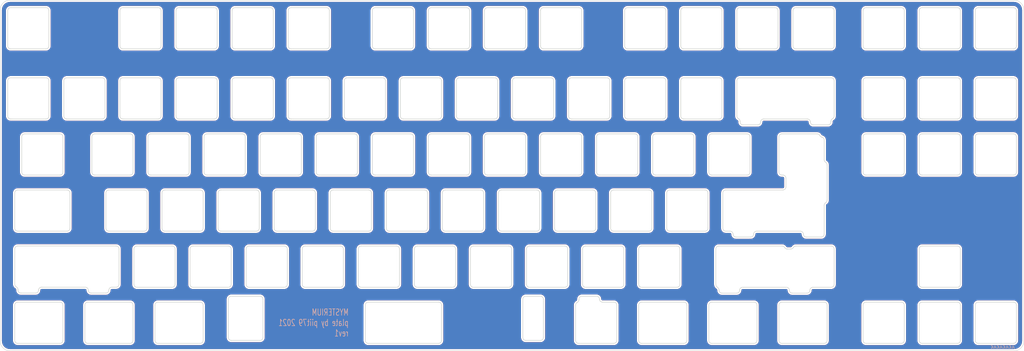
<source format=kicad_pcb>
(kicad_pcb (version 20211014) (generator pcbnew)
  (layers (0 "F.Cu" signal) (31 "B.Cu" signal) (34 "B.Paste" user) (35 "F.Paste" user) (36 "B.SilkS" user "B.Silkscreen") (37 "F.SilkS" user "F.Silkscreen") (38 "B.Mask" user) (39 "F.Mask" user) (44 "Edge.Cuts" user))
  (net 0 "")
  (footprint "logos:MYSTERIUM_36MM_MASK" (layer "F.Cu") (at 356.24705 154.1257)
    (fp_text reference "G***" hide)
    (fp_text value "LOGO" hide)
  )
  (footprint "logos:MYSTERIUM_36MM_COPPER" (layer "F.Cu") (at 356.24705 154.1257)
    (fp_text reference "G***" hide)
    (fp_text value "LOGO" hide)
    (fp_line (start -13.7022 4.31) (end 14.1728 4.31) (layer "F.Cu") (width 0.5))
    (fp_line (start -13.925 -3.95) (end 13.95 -3.95) (layer "F.Cu") (width 0.5))
    (fp_arc (start -13.7022 4.31) (mid -17.9436 0.2914) (end -13.925 -3.95) (layer "F.Cu") (width 0.5))
    (fp_arc (start 13.95 -3.95) (mid 18.1914 0.0686) (end 14.1728 4.31) (layer "F.Cu") (width 0.5))
    (fp_poly (pts (xy -5.079707 -1.167798) (xy -4.932622 -1.1498) (xy -4.797204 -1.119096) (xy -4.720794 -1.090549) (xy -4.637784 -1.034639) (xy -4.605313 -0.964059) (xy -4.601449 -0.900939) (xy -4.605921 -0.819826) (xy -4.62897 -0.783037) (xy -4.685047 -0.787053) (xy -4.7886 -0.828351) (xy -4.827502 -0.845858) (xy -5.017684 -0.906462) (xy -5.192264 -0.914247) (xy -5.339544 -0.872374) (xy -5.447826 -0.784006) (xy -5.503203 -0.663201) (xy -5.509053 -0.557145) (xy -5.472364 -0.459899) (xy -5.386238 -0.363818) (xy -5.243778 -0.261256) (xy -5.038087 -0.144568) (xy -5.032831 -0.141801) (xy -4.843914 -0.035006) (xy -4.693341 0.065188) (xy -4.594385 0.149719) (xy -4.578379 0.168495) (xy -4.486773 0.344349) (xy -4.458716 0.535366) (xy -4.490384 0.727016) (xy -4.577955 0.90477) (xy -4.717608 1.054099) (xy -4.830545 1.127007) (xy -4.961248 1.16987) (xy -5.135105 1.194538) (xy -5.323605 1.199679) (xy -5.498234 1.183958) (xy -5.589147 1.162466) (xy -5.757312 1.088478) (xy -5.856442 0.997698) (xy -5.889834 0.887074) (xy -5.889855 0.883908) (xy -5.882194 0.799022) (xy -5.850567 0.764179) (xy -5.782008 0.775873) (xy -5.673705 0.825458) (xy -5.463319 0.907124) (xy -5.264896 0.939118) (xy -5.088365 0.92429) (xy -4.943654 0.86549) (xy -4.840693 0.765567) (xy -4.78941 0.627369) (xy -4.785507 0.57058) (xy -4.806817 0.453613) (xy -4.875784 0.346721) (xy -4.999966 0.242166) (xy -5.18692 0.132213) (xy -5.240335 0.104977) (xy -5.461921 -0.014693) (xy -5.621275 -0.125556) (xy -5.727209 -0.238118) (xy -5.788535 -0.362888) (xy -5.814064 -0.510372) (xy -5.816232 -0.581714) (xy -5.784084 -0.780597) (xy -5.68722 -0.944902) (xy -5.525013 -1.075607) (xy -5.48463 -1.097825) (xy -5.372198 -1.147283) (xy -5.263833 -1.169546) (xy -5.125858 -1.170433) (xy -5.079707 -1.167798)) (layer "F.Cu") (width 0.01) (fill solid))
    (fp_poly (pts (xy -2.60442 -1.132635) (xy -1.748551 -1.122754) (xy -1.748551 -0.901884) (xy -2.418015 -0.880868) (xy -2.442092 -0.191956) (xy -2.450072 0.055513) (xy -2.456947 0.305219) (xy -2.462241 0.536916) (xy -2.46548 0.730358) (xy -2.466273 0.837464) (xy -2.466377 1.177971) (xy -2.76087 1.177971) (xy -2.76087 -0.883478) (xy -3.46029 -0.883478) (xy -3.46029 -1.142516) (xy -2.60442 -1.132635)) (layer "F.Cu") (width 0.01) (fill solid))
    (fp_poly (pts (xy -11.851226 -1.122979) (xy -11.771694 -1.078515) (xy -11.770058 -1.076739) (xy -11.740825 -1.02567) (xy -11.68923 -0.916145) (xy -11.619666 -0.758295) (xy -11.536526 -0.562255) (xy -11.444204 -0.338158) (xy -11.370886 -0.156031) (xy -11.276854 0.076339) (xy -11.190686 0.282545) (xy -11.116281 0.453791) (xy -11.057543 0.581279) (xy -11.018371 0.656214) (xy -11.003545 0.672229) (xy -10.98288 0.631617) (xy -10.93871 0.532458) (xy -10.875164 0.384448) (xy -10.79637 0.197282) (xy -10.706458 -0.019348) (xy -10.638817 -0.184058) (xy -10.541694 -0.418453) (xy -10.450534 -0.632626) (xy -10.369918 -0.816266) (xy -10.304429 -0.959068) (xy -10.258648 -1.050721) (xy -10.241298 -1.078362) (xy -10.186096 -1.118305) (xy -10.100576 -1.134897) (xy -9.977971 -1.13358) (xy -9.773478 -1.122754) (xy -9.763751 0.027609) (xy -9.754024 1.177971) (xy -10.049565 1.177971) (xy -10.049565 0.159517) (xy -10.050487 -0.104045) (xy -10.053089 -0.340373) (xy -10.057128 -0.540424) (xy -10.062359 -0.695153) (xy -10.068538 -0.795518) (xy -10.07542 -0.832474) (xy -10.076349 -0.832154) (xy -10.096405 -0.792283) (xy -10.139875 -0.692824) (xy -10.203076 -0.542644) (xy -10.282324 -0.350609) (xy -10.373935 -0.125585) (xy -10.474226 0.12356) (xy -10.495638 0.177097) (xy -10.888144 1.159565) (xy -11.022045 1.171051) (xy -11.099025 1.173662) (xy -11.148806 1.154679) (xy -11.189689 1.098755) (xy -11.239975 0.990544) (xy -11.24153 0.986993) (xy -11.279762 0.895584) (xy -11.339237 0.748339) (xy -11.414837 0.558166) (xy -11.501446 0.337969) (xy -11.593946 0.100658) (xy -11.636238 -0.00856) (xy -11.945362 -0.808568) (xy -11.963768 0.175498) (xy -11.982174 1.159565) (xy -12.11233 1.17052) (xy -12.206136 1.171061) (xy -12.265101 1.158007) (xy -12.26878 1.155182) (xy -12.277704 1.110383) (xy -12.284764 1.003242) (xy -12.290021 0.845014) (xy -12.293534 0.646956) (xy -12.295362 0.420324) (xy -12.295565 0.176373) (xy -12.294204 -0.073641) (xy -12.291338 -0.318462) (xy -12.287026 -0.546834) (xy -12.281329 -0.747501) (xy -12.274305 -0.909208) (xy -12.266016 -1.020697) (xy -12.256966 -1.069956) (xy -12.195072 -1.11711) (xy -12.089257 -1.141909) (xy -11.965861 -1.143988) (xy -11.851226 -1.122979)) (layer "F.Cu") (width 0.01) (fill solid))
    (fp_poly (pts (xy 6.921388 -0.322102) (xy 6.922268 -0.049449) (xy 6.924825 0.160417) (xy 6.929847 0.318324) (xy 6.938121 0.435105) (xy 6.950433 0.521589) (xy 6.967572 0.588606) (xy 6.990325 0.646986) (xy 6.992119 0.650964) (xy 7.097303 0.801777) (xy 7.250059 0.896653) (xy 7.449445 0.935034) (xy 7.472754 0.935759) (xy 7.683718 0.911259) (xy 7.84895 0.829266) (xy 7.960182 0.704292) (xy 7.986802 0.658064) (xy 8.007248 0.609127) (xy 8.022505 0.5472) (xy 8.033557 0.462005) (xy 8.04139 0.343263) (xy 8.046987 0.180695) (xy 8.051333 -0.035979) (xy 8.054984 -0.28529) (xy 8.066634 -1.14116) (xy 8.360972 -1.14116) (xy 8.337826 0.650224) (xy 8.227063 0.829256) (xy 8.084711 0.992749) (xy 7.89451 1.113838) (xy 7.671871 1.187779) (xy 7.432204 1.209832) (xy 7.190922 1.175252) (xy 7.146121 1.161874) (xy 6.943861 1.058497) (xy 6.780926 0.897422) (xy 6.695877 0.754638) (xy 6.67394 0.700065) (xy 6.657192 0.636472) (xy 6.644939 0.5536) (xy 6.636488 0.441189) (xy 6.631146 0.288981) (xy 6.628222 0.086716) (xy 6.627022 -0.175865) (xy 6.626895 -0.266884) (xy 6.626087 -1.14116) (xy 6.92058 -1.14116) (xy 6.921388 -0.322102)) (layer "F.Cu") (width 0.01) (fill solid))
    (fp_poly (pts (xy -8.074807 -0.782246) (xy -7.993386 -0.608168) (xy -7.912775 -0.434581) (xy -7.844877 -0.287174) (xy -7.816318 -0.224469) (xy -7.726407 -0.025605) (xy -7.568735 -0.371716) (xy -7.48798 -0.546875) (xy -7.404631 -0.724197) (xy -7.331955 -0.875579) (xy -7.305399 -0.929493) (xy -7.246015 -1.043896) (xy -7.200069 -1.107218) (xy -7.148748 -1.134562) (xy -7.07324 -1.141031) (xy -7.041752 -1.14116) (xy -6.945614 -1.137258) (xy -6.889609 -1.127435) (xy -6.883768 -1.122386) (xy -6.89952 -1.085355) (xy -6.94356 -0.992461) (xy -7.011066 -0.853598) (xy -7.097216 -0.678658) (xy -7.197186 -0.477537) (xy -7.233478 -0.404928) (xy -7.583188 0.293757) (xy -7.583188 1.177971) (xy -7.877681 1.177971) (xy -7.877681 0.293757) (xy -8.227391 -0.404928) (xy -8.330963 -0.612699) (xy -8.422354 -0.797653) (xy -8.496742 -0.949896) (xy -8.549304 -1.059535) (xy -8.575218 -1.116675) (xy -8.577102 -1.122386) (xy -8.544158 -1.133552) (xy -8.460751 -1.140275) (xy -8.410244 -1.14116) (xy -8.243386 -1.14116) (xy -8.074807 -0.782246)) (layer "F.Cu") (width 0.01) (fill solid))
    (fp_poly (pts (xy 2.518414 -1.136357) (xy 2.560288 -1.135207) (xy 2.766227 -1.126928) (xy 2.915532 -1.113978) (xy 3.025161 -1.093808) (xy 3.112073 -1.063872) (xy 3.147391 -1.046998) (xy 3.278709 -0.9442) (xy 3.384593 -0.796527) (xy 3.448367 -0.631328) (xy 3.459481 -0.535171) (xy 3.427364 -0.360465) (xy 3.343563 -0.194866) (xy 3.223209 -0.065268) (xy 3.178087 -0.035007) (xy 3.036956 0.046172) (xy 3.151772 0.16784) (xy 3.202053 0.238576) (xy 3.266729 0.354089) (xy 3.339167 0.499276) (xy 3.412733 0.659032) (xy 3.480792 0.818255) (xy 3.536712 0.961839) (xy 3.573857 1.074681) (xy 3.585594 1.141677) (xy 3.583306 1.150362) (xy 3.538995 1.168114) (xy 3.450348 1.177519) (xy 3.424524 1.177971) (xy 3.282668 1.177971) (xy 3.18197 0.911087) (xy 3.079039 0.652305) (xy 2.986946 0.456959) (xy 2.898881 0.317007) (xy 2.808033 0.224407) (xy 2.707591 0.17112) (xy 2.590746 0.149103) (xy 2.535036 0.147246) (xy 2.355942 0.147246) (xy 2.355942 1.177971) (xy 2.214831 1.177971) (xy 2.117552 1.17209) (xy 2.055282 1.15754) (xy 2.049179 1.15343) (xy 2.04293 1.111715) (xy 2.037267 1.005787) (xy 2.032402 0.845057) (xy 2.028544 0.638934) (xy 2.025904 0.396827) (xy 2.024693 0.128146) (xy 2.024638 0.056118) (xy 2.025033 -0.110435) (xy 2.355942 -0.110435) (xy 2.589774 -0.110435) (xy 2.745189 -0.118015) (xy 2.857266 -0.145308) (xy 2.948201 -0.1944) (xy 3.068055 -0.308576) (xy 3.120811 -0.448466) (xy 3.113726 -0.603567) (xy 3.062175 -0.732261) (xy 2.960306 -0.819796) (xy 2.802726 -0.869136) (xy 2.60442 -0.883341) (xy 2.355942 -0.883478) (xy 2.355942 -0.110435) (xy 2.025033 -0.110435) (xy 2.025422 -0.274388) (xy 2.027965 -0.537989) (xy 2.032547 -0.741388) (xy 2.039452 -0.89129) (xy 2.04896 -0.994397) (xy 2.061354 -1.057413) (xy 2.072535 -1.082156) (xy 2.100893 -1.110048) (xy 2.146157 -1.127945) (xy 2.221829 -1.137317) (xy 2.341414 -1.139631) (xy 2.518414 -1.136357)) (layer "F.Cu") (width 0.01) (fill solid))
    (fp_poly (pts (xy 0.69255 -1.021522) (xy 0.681014 -0.901884) (xy 0.211667 -0.891581) (xy -0.257681 -0.881279) (xy -0.257681 -0.149658) (xy 0.156449 -0.139249) (xy 0.57058 -0.128841) (xy 0.57058 0.055217) (xy 0.156449 0.065626) (xy -0.257681 0.076034) (xy -0.257681 0.92029) (xy 0.21817 0.92029) (xy 0.414822 0.921258) (xy 0.549765 0.925208) (xy 0.634899 0.933703) (xy 0.682124 0.948311) (xy 0.70334 0.970597) (xy 0.70783 0.98471) (xy 0.711581 1.078751) (xy 0.706236 1.113551) (xy 0.694256 1.137586) (xy 0.664542 1.154823) (xy 0.606488 1.166369) (xy 0.509486 1.173332) (xy 0.36293 1.176817) (xy 0.156215 1.177932) (xy 0.089031 1.177971) (xy -0.135348 1.177384) (xy -0.297258 1.174797) (xy -0.407848 1.168968) (xy -0.478268 1.158658) (xy -0.519668 1.142625) (xy -0.543197 1.119629) (xy -0.550879 1.106768) (xy -0.56014 1.053629) (xy -0.56831 0.938522) (xy -0.575306 0.773092) (xy -0.581043 0.568988) (xy -0.585437 0.337856) (xy -0.588406 0.091343) (xy -0.589864 -0.158903) (xy -0.589728 -0.401235) (xy -0.587915 -0.624007) (xy -0.58434 -0.81557) (xy -0.578919 -0.964278) (xy -0.571569 -1.058484) (xy -0.566641 -1.082931) (xy -0.549308 -1.104552) (xy -0.509617 -1.120177) (xy -0.437337 -1.130729) (xy -0.322237 -1.137129) (xy -0.154086 -1.140299) (xy 0.077346 -1.141159) (xy 0.079894 -1.14116) (xy 0.704085 -1.14116) (xy 0.69255 -1.021522)) (layer "F.Cu") (width 0.01) (fill solid))
    (fp_poly (pts (xy 5.153623 1.177971) (xy 4.85913 1.177971) (xy 4.85913 -1.14116) (xy 5.153623 -1.14116) (xy 5.153623 1.177971)) (layer "F.Cu") (width 0.01) (fill solid))
    (fp_poly (pts (xy 10.153995 -1.13177) (xy 10.259992 -1.100764) (xy 10.301437 -1.073346) (xy 10.33362 -1.020838) (xy 10.387413 -0.909991) (xy 10.458231 -0.751268) (xy 10.541487 -0.555135) (xy 10.632595 -0.332057) (xy 10.692638 -0.180665) (xy 10.784119 0.051137) (xy 10.867783 0.260213) (xy 10.939606 0.43674) (xy 10.995561 0.570894) (xy 11.031624 0.652849) (xy 11.042681 0.673697) (xy 11.063131 0.649194) (xy 11.106962 0.564961) (xy 11.170245 0.429635) (xy 11.249048 0.251855) (xy 11.339443 0.040261) (xy 11.427878 -0.17297) (xy 11.527501 -0.412722) (xy 11.621099 -0.631047) (xy 11.704286 -0.818256) (xy 11.772678 -0.964663) (xy 11.821889 -1.060582) (xy 11.845318 -1.095145) (xy 11.923946 -1.126284) (xy 12.037699 -1.139657) (xy 12.157436 -1.135555) (xy 12.254016 -1.114268) (xy 12.29112 -1.090704) (xy 12.304228 -1.047728) (xy 12.314091 -0.951675) (xy 12.320823 -0.798478) (xy 12.324538 -0.584069) (xy 12.325348 -0.30438) (xy 12.323368 0.044659) (xy 12.323236 0.059658) (xy 12.313478 1.159565) (xy 12.018985 1.159565) (xy 12.00058 0.166032) (xy 11.982174 -0.8275) (xy 11.578681 0.175235) (xy 11.175189 1.177971) (xy 10.902766 1.177971) (xy 10.618167 0.450942) (xy 10.525953 0.215398) (xy 10.435996 -0.014339) (xy 10.354234 -0.223111) (xy 10.286601 -0.39576) (xy 10.239036 -0.517126) (xy 10.234324 -0.529144) (xy 10.13508 -0.782202) (xy 10.110728 -0.219596) (xy 10.101597 0.021987) (xy 10.094027 0.280618) (xy 10.08873 0.527578) (xy 10.086421 0.734146) (xy 10.086377 0.76049) (xy 10.086377 1.177971) (xy 9.791884 1.177971) (xy 9.791884 0.06258) (xy 9.792766 -0.28239) (xy 9.795546 -0.558986) (xy 9.800422 -0.772436) (xy 9.807594 -0.92797) (xy 9.817261 -1.030818) (xy 9.829622 -1.086208) (xy 9.836058 -1.096986) (xy 9.912326 -1.131389) (xy 10.028206 -1.142481) (xy 10.153995 -1.13177)) (layer "F.Cu") (width 0.01) (fill solid))
  )
  (gr_arc (start 37.147501 86.173559) (mid 38.113995 83.834236) (end 40.45156 82.8635) (layer "Edge.Cuts") (width 0.15))
  (gr_arc (start 381.499941 82.863501) (mid 383.839264 83.829995) (end 384.81 86.16756) (layer "Edge.Cuts") (width 0.15))
  (gr_arc (start 384.809999 198.619941) (mid 383.843505 200.959264) (end 381.50594 201.93) (layer "Edge.Cuts") (width 0.15))
  (gr_line (start 384.81 86.1695) (end 384.809999 198.619941) (layer "Edge.Cuts") (width 0.15))
  (gr_line (start 37.1475 198.62594) (end 37.147501 86.173559) (layer "Edge.Cuts") (width 0.15))
  (gr_line (start 301.628299 129.257301) (end 301.628299 141.257301) (layer "Edge.Cuts") (width 0.2))
  (gr_arc (start 301.628299 129.257301) (mid 301.921192 128.550194) (end 302.628299 128.257301) (layer "Edge.Cuts") (width 0.2))
  (gr_arc (start 317.50955 137.916276) (mid 317.875575 138.282301) (end 318.00955 138.782301) (layer "Edge.Cuts") (width 0.2))
  (gr_arc (start 314.628299 128.257302) (mid 315.160203 128.410497) (end 315.529137 128.823145) (layer "Edge.Cuts") (width 0.2))
  (gr_arc (start 302.628299 142.257301) (mid 301.921192 141.964408) (end 301.628299 141.257301) (layer "Edge.Cuts") (width 0.2))
  (gr_line (start 318.00955 138.782301) (end 318.00955 150.782301) (layer "Edge.Cuts") (width 0.2))
  (gr_line (start 302.628299 128.257301) (end 314.6283 128.257301) (layer "Edge.Cuts") (width 0.2))
  (gr_arc (start 318.00955 150.782301) (mid 317.875575 151.282301) (end 317.50955 151.648326) (layer "Edge.Cuts") (width 0.2))
  (gr_arc (start 316.219763 129.366645) (mid 316.787436 129.715895) (end 317.00955 130.344301) (layer "Edge.Cuts") (width 0.2))
  (gr_line (start 317.00955 162.307301) (end 317.00955 152.514351) (layer "Edge.Cuts") (width 0.2))
  (gr_arc (start 317.00955 152.514351) (mid 317.143525 152.014351) (end 317.50955 151.648326) (layer "Edge.Cuts") (width 0.2))
  (gr_arc (start 304.00955 146.307301) (mid 303.716657 147.014408) (end 303.00955 147.307301) (layer "Edge.Cuts") (width 0.2))
  (gr_line (start 303.00955 142.257301) (end 302.628299 142.257301) (layer "Edge.Cuts") (width 0.2))
  (gr_arc (start 303.00955 142.257301) (mid 303.716657 142.550194) (end 304.00955 143.257301) (layer "Edge.Cuts") (width 0.2))
  (gr_line (start 317.00955 130.344301) (end 317.00955 137.05025) (layer "Edge.Cuts") (width 0.2))
  (gr_arc (start 316.219762 129.366645) (mid 315.811544 129.174829) (end 315.529137 128.823145) (layer "Edge.Cuts") (width 0.2))
  (gr_arc (start 317.50955 137.916275) (mid 317.143525 137.55025) (end 317.00955 137.05025) (layer "Edge.Cuts") (width 0.2))
  (gr_arc (start 317.00955 162.307301) (mid 316.716657 163.014408) (end 316.00955 163.307301) (layer "Edge.Cuts") (width 0.2))
  (gr_line (start 304.00955 146.307301) (end 304.00955 143.257301) (layer "Edge.Cuts") (width 0.2))
  (gr_arc (start 283.5783 161.307301) (mid 282.871193 161.014408) (end 282.5783 160.307301) (layer "Edge.Cuts") (width 0.2))
  (gr_line (start 282.5783 148.307301) (end 282.5783 160.307301) (layer "Edge.Cuts") (width 0.2))
  (gr_arc (start 287.04655 163.307301) (mid 286.339443 163.014408) (end 286.04655 162.307301) (layer "Edge.Cuts") (width 0.2))
  (gr_arc (start 282.5783 148.307301) (mid 282.871193 147.600194) (end 283.5783 147.307301) (layer "Edge.Cuts") (width 0.2))
  (gr_arc (start 285.04655 161.307301) (mid 285.753657 161.600194) (end 286.04655 162.307301) (layer "Edge.Cuts") (width 0.2))
  (gr_line (start 286.04655 162.307301) (end 286.04655 162.307301) (layer "Edge.Cuts") (width 0.2))
  (gr_line (start 283.5783 161.307301) (end 285.04655 161.307301) (layer "Edge.Cuts") (width 0.2))
  (gr_line (start 283.5783 147.307301) (end 303.00955 147.307301) (layer "Edge.Cuts") (width 0.2))
  (gr_arc (start 74.04775 181.331901) (mid 73.754857 182.039008) (end 73.04775 182.331901) (layer "Edge.Cuts") (width 0.2))
  (gr_arc (start 76.516 166.3319) (mid 77.223107 166.624793) (end 77.516 167.3319) (layer "Edge.Cuts") (width 0.2))
  (gr_line (start 68.04775 182.3319) (end 73.04775 182.3319) (layer "Edge.Cuts") (width 0.2))
  (gr_arc (start 68.04775 182.331901) (mid 67.340643 182.039008) (end 67.04775 181.331901) (layer "Edge.Cuts") (width 0.2))
  (gr_line (start 77.516 167.3319) (end 77.516 179.331901) (layer "Edge.Cuts") (width 0.2))
  (gr_arc (start 50.17175 181.331901) (mid 49.878857 182.039008) (end 49.17175 182.331901) (layer "Edge.Cuts") (width 0.2))
  (gr_arc (start 42.08475 167.3319) (mid 42.377643 166.624793) (end 43.08475 166.3319) (layer "Edge.Cuts") (width 0.2))
  (gr_arc (start 42.62825 180.221624) (mid 42.231375 179.853197) (end 42.08475 179.331901) (layer "Edge.Cuts") (width 0.2))
  (gr_arc (start 77.516 179.331901) (mid 77.223107 180.039008) (end 76.516 180.331901) (layer "Edge.Cuts") (width 0.2))
  (gr_line (start 44.171749 182.3319) (end 49.17175 182.3319) (layer "Edge.Cuts") (width 0.2))
  (gr_line (start 42.08475 167.3319) (end 42.08475 179.331901) (layer "Edge.Cuts") (width 0.2))
  (gr_arc (start 44.171749 182.331901) (mid 43.464642 182.039008) (end 43.171749 181.331901) (layer "Edge.Cuts") (width 0.2))
  (gr_arc (start 50.17175 181.331901) (mid 50.464643 180.624794) (end 51.17175 180.331901) (layer "Edge.Cuts") (width 0.2))
  (gr_arc (start 74.04775 181.331901) (mid 74.340643 180.624794) (end 75.04775 180.331901) (layer "Edge.Cuts") (width 0.2))
  (gr_line (start 75.04775 180.3319) (end 76.516 180.3319) (layer "Edge.Cuts") (width 0.2))
  (gr_line (start 50.17175 181.331901) (end 50.17175 181.331901) (layer "Edge.Cuts") (width 0.2))
  (gr_line (start 43.171749 181.331901) (end 43.171749 181.111347) (layer "Edge.Cuts") (width 0.2))
  (gr_line (start 67.04775 181.331901) (end 67.04775 181.331901) (layer "Edge.Cuts") (width 0.2))
  (gr_line (start 74.04775 181.331901) (end 74.04775 181.331901) (layer "Edge.Cuts") (width 0.2))
  (gr_arc (start 66.04775 180.331901) (mid 66.754857 180.624794) (end 67.04775 181.331901) (layer "Edge.Cuts") (width 0.2))
  (gr_line (start 43.08475 166.331901) (end 76.516 166.331901) (layer "Edge.Cuts") (width 0.2))
  (gr_line (start 51.17175 180.3319) (end 66.04775 180.3319) (layer "Edge.Cuts") (width 0.2))
  (gr_arc (start 42.62825 180.221624) (mid 43.025125 180.590051) (end 43.17175 181.111347) (layer "Edge.Cuts") (width 0.2))
  (gr_arc (start 287.345738 110.205962) (mid 287.638631 109.498855) (end 288.345738 109.205962) (layer "Edge.Cuts") (width 0.2))
  (gr_line (start 287.345738 110.205962) (end 287.345738 122.205962) (layer "Edge.Cuts") (width 0.2))
  (gr_line (start 320.395738 122.205968) (end 320.395738 110.205962) (layer "Edge.Cuts") (width 0.2))
  (gr_arc (start 319.395737 109.205961) (mid 320.102844 109.498855) (end 320.395738 110.205962) (layer "Edge.Cuts") (width 0.2))
  (gr_arc (start 287.889238 123.095685) (mid 287.492363 122.727258) (end 287.345738 122.205962) (layer "Edge.Cuts") (width 0.2))
  (gr_arc (start 287.889238 123.095685) (mid 288.286113 123.464112) (end 288.432738 123.985408) (layer "Edge.Cuts") (width 0.2))
  (gr_arc (start 319.308738 123.985414) (mid 319.455362 123.464118) (end 319.852238 123.095691) (layer "Edge.Cuts") (width 0.2))
  (gr_arc (start 320.395738 122.205968) (mid 320.249114 122.727264) (end 319.852238 123.095691) (layer "Edge.Cuts") (width 0.2))
  (gr_line (start 319.308738 123.985414) (end 319.308759 124.205969) (layer "Edge.Cuts") (width 0.2))
  (gr_line (start 288.432738 123.985408) (end 288.432742 124.205969) (layer "Edge.Cuts") (width 0.2))
  (gr_line (start 280.196993 167.355992) (end 280.196993 179.355999) (layer "Edge.Cuts") (width 0.2))
  (gr_arc (start 280.746502 180.358931) (mid 280.343373 179.927802) (end 280.196993 179.355999) (layer "Edge.Cuts") (width 0.2))
  (gr_arc (start 280.196994 167.355992) (mid 280.489887 166.648885) (end 281.196994 166.355992) (layer "Edge.Cuts") (width 0.2))
  (gr_arc (start 320.397007 179.355999) (mid 320.104113 180.063106) (end 319.397006 180.356) (layer "Edge.Cuts") (width 0.2))
  (gr_line (start 313.165006 180.355999) (end 319.397006 180.356) (layer "Edge.Cuts") (width 0.2))
  (gr_line (start 319.397006 166.355992) (end 307.397 166.355992) (layer "Edge.Cuts") (width 0.2))
  (gr_line (start 320.397007 179.355999) (end 320.397007 167.355992) (layer "Edge.Cuts") (width 0.2))
  (gr_arc (start 319.397006 166.355991) (mid 320.104113 166.648885) (end 320.397007 167.355992) (layer "Edge.Cuts") (width 0.2))
  (gr_arc (start 306.530975 166.855992) (mid 306.897 166.489967) (end 307.397 166.355992) (layer "Edge.Cuts") (width 0.2))
  (gr_arc (start 306.530975 166.855992) (mid 306.164949 167.222018) (end 305.664949 167.355993) (layer "Edge.Cuts") (width 0.2))
  (gr_arc (start 280.747108 180.357982) (mid 281.14478 180.788181) (end 281.288988 181.356) (layer "Edge.Cuts") (width 0.2))
  (gr_arc (start 312.165005 181.356) (mid 312.457899 180.648893) (end 313.165006 180.355999) (layer "Edge.Cuts") (width 0.2))
  (gr_line (start 115.895649 110.205962) (end 115.895649 122.205968) (layer "Edge.Cuts") (width 0.2))
  (gr_line (start 58.745618 110.205962) (end 58.745618 122.205968) (layer "Edge.Cuts") (width 0.2))
  (gr_line (start 368.308285 110.205962) (end 368.308285 122.205968) (layer "Edge.Cuts") (width 0.2))
  (gr_line (start 269.295731 123.205969) (end 281.295738 123.205969) (layer "Edge.Cuts") (width 0.2))
  (gr_arc (start 226.433208 161.305989) (mid 225.726101 161.013096) (end 225.433208 160.305989) (layer "Edge.Cuts") (width 0.2))
  (gr_line (start 73.033125 148.305982) (end 73.033125 160.305989) (layer "Edge.Cuts") (width 0.2))
  (gr_line (start 278.820736 142.255979) (end 290.820743 142.255979) (layer "Edge.Cuts") (width 0.2))
  (gr_arc (start 350.258275 180.355999) (mid 349.551168 180.063106) (end 349.258275 179.355999) (layer "Edge.Cuts") (width 0.2))
  (gr_arc (start 145.470664 142.255978) (mid 144.763557 141.963085) (end 144.470664 141.255978) (layer "Edge.Cuts") (width 0.2))
  (gr_arc (start 128.895656 109.205962) (mid 129.602763 109.498855) (end 129.895656 110.205962) (layer "Edge.Cuts") (width 0.2))
  (gr_line (start 166.995676 109.205961) (end 154.99567 109.205961) (layer "Edge.Cuts") (width 0.2))
  (gr_arc (start 235.958213 180.355999) (mid 235.251106 180.063106) (end 234.958213 179.355999) (layer "Edge.Cuts") (width 0.2))
  (gr_line (start 40.45156 82.8635) (end 381.499941 82.8635) (layer "Edge.Cuts") (width 0.15))
  (gr_arc (start 144.470663 129.255972) (mid 144.763557 128.548865) (end 145.470664 128.255971) (layer "Edge.Cuts") (width 0.2))
  (gr_line (start 362.258282 128.255971) (end 350.258275 128.255971) (layer "Edge.Cuts") (width 0.2))
  (gr_arc (start 382.308293 198.406009) (mid 382.015399 199.113116) (end 381.308292 199.40601) (layer "Edge.Cuts") (width 0.2))
  (gr_line (start 282.288988 182.356001) (end 287.288991 182.356001) (layer "Edge.Cuts") (width 0.2))
  (gr_arc (start 268.29573 86.393449) (mid 268.588624 85.686342) (end 269.295731 85.393448) (layer "Edge.Cuts") (width 0.2))
  (gr_arc (start 233.695712 184.406002) (mid 233.988606 183.698895) (end 234.695713 183.406001) (layer "Edge.Cuts") (width 0.2))
  (gr_line (start 78.795628 123.205969) (end 90.795635 123.205969) (layer "Edge.Cuts") (width 0.2))
  (gr_arc (start 202.620695 99.393455) (mid 201.913588 99.100562) (end 201.620695 98.393455) (layer "Edge.Cuts") (width 0.2))
  (gr_arc (start 89.701884 186.406003) (mid 89.994778 185.698896) (end 90.701885 185.406002) (layer "Edge.Cuts") (width 0.2))
  (gr_line (start 97.845639 123.205969) (end 109.845645 123.205969) (layer "Edge.Cuts") (width 0.2))
  (gr_line (start 250.245721 99.393456) (end 262.245728 99.393456) (layer "Edge.Cuts") (width 0.2))
  (gr_arc (start 269.295731 123.205968) (mid 268.588624 122.913075) (end 268.295731 122.205968) (layer "Edge.Cuts") (width 0.2))
  (gr_arc (start 111.133146 148.305982) (mid 111.426039 147.598875) (end 112.133146 147.305982) (layer "Edge.Cuts") (width 0.2))
  (gr_line (start 220.639455 183.406001) (end 215.639452 183.406001) (layer "Edge.Cuts") (width 0.2))
  (gr_line (start 43.076859 199.40601) (end 57.458117 199.40601) (layer "Edge.Cuts") (width 0.2))
  (gr_line (start 77.795628 86.393449) (end 77.795628 98.393455) (layer "Edge.Cuts") (width 0.2))
  (gr_arc (start 39.695607 110.205962) (mid 39.988501 109.498855) (end 40.695608 109.205961) (layer "Edge.Cuts") (width 0.2))
  (gr_line (start 158.470671 141.255978) (end 158.470671 129.255972) (layer "Edge.Cuts") (width 0.2))
  (gr_line (start 363.258282 141.255978) (end 363.258282 129.255972) (layer "Edge.Cuts") (width 0.2))
  (gr_line (start 196.858192 167.355992) (end 196.858192 179.355999) (layer "Edge.Cuts") (width 0.2))
  (gr_line (start 238.433215 147.305982) (end 226.433208 147.305982) (layer "Edge.Cuts") (width 0.2))
  (gr_line (start 115.639398 198.406009) (end 125.395654 198.406009) (layer "Edge.Cuts") (width 0.2))
  (gr_arc (start 119.37065 128.255971) (mid 120.077757 128.548865) (end 120.370651 129.255972) (layer "Edge.Cuts") (width 0.2))
  (gr_arc (start 277.533235 160.305989) (mid 277.240342 161.013096) (end 276.533235 161.305989) (layer "Edge.Cuts") (width 0.2))
  (gr_arc (start 57.458117 185.406003) (mid 58.165224 185.698896) (end 58.458117 186.406003) (layer "Edge.Cuts") (width 0.2))
  (gr_line (start 187.333187 148.305982) (end 187.333187 160.305989) (layer "Edge.Cuts") (width 0.2))
  (gr_line (start 282.295738 98.393455) (end 282.295738 86.393449) (layer "Edge.Cuts") (width 0.2))
  (gr_arc (start 293.051494 162.30599) (mid 292.758601 163.013097) (end 292.051494 163.30599) (layer "Edge.Cuts") (width 0.2))
  (gr_line (start 134.945659 110.205962) (end 134.945659 122.205968) (layer "Edge.Cuts") (width 0.2))
  (gr_arc (start 106.083144 198.406009) (mid 105.79025 199.113116) (end 105.083143 199.40601) (layer "Edge.Cuts") (width 0.2))
  (gr_arc (start 209.858199 166.355991) (mid 210.565306 166.648885) (end 210.8582 167.355992) (layer "Edge.Cuts") (width 0.2))
  (gr_line (start 225.145707 122.205968) (end 225.145707 110.205962) (layer "Edge.Cuts") (width 0.2))
  (gr_arc (start 68.270622 129.255972) (mid 68.563516 128.548865) (end 69.270623 128.255971) (layer "Edge.Cuts") (width 0.2))
  (gr_line (start 182.283184 160.305989) (end 182.283184 148.305982) (layer "Edge.Cuts") (width 0.2))
  (gr_line (start 69.270623 142.255979) (end 81.27063 142.255979) (layer "Edge.Cuts") (width 0.2))
  (gr_line (start 147.945666 85.393448) (end 135.945659 85.393448) (layer "Edge.Cuts") (width 0.2))
  (gr_arc (start 249.24572 110.205962) (mid 249.538614 109.498855) (end 250.245721 109.205961) (layer "Edge.Cuts") (width 0.2))
  (gr_arc (start 82.270631 141.255978) (mid 81.977737 141.963085) (end 81.27063 142.255979) (layer "Edge.Cuts") (width 0.2))
  (gr_arc (start 140.708162 180.356) (mid 140.001055 180.063106) (end 139.708161 179.355999) (layer "Edge.Cuts") (width 0.2))
  (gr_arc (start 301.633248 186.406003) (mid 301.926142 185.698896) (end 302.633249 185.406002) (layer "Edge.Cuts") (width 0.2))
  (gr_arc (start 306.165001 182.356) (mid 305.457894 182.063107) (end 305.165001 181.356) (layer "Edge.Cuts") (width 0.2))
  (gr_arc (start 368.308284 86.393449) (mid 368.601178 85.686342) (end 369.308285 85.393448) (layer "Edge.Cuts") (width 0.2))
  (gr_line (start 381.308292 128.255971) (end 369.308285 128.255971) (layer "Edge.Cuts") (width 0.2))
  (gr_line (start 164.520675 99.393456) (end 176.520681 99.393456) (layer "Edge.Cuts") (width 0.2))
  (gr_arc (start 77.795627 86.393449) (mid 78.088521 85.686342) (end 78.795628 85.393448) (layer "Edge.Cuts") (width 0.2))
  (gr_arc (start 362.258282 128.255972) (mid 362.965389 128.548865) (end 363.258282 129.255972) (layer "Edge.Cuts") (width 0.2))
  (gr_line (start 215.908203 167.355992) (end 215.908203 179.355999) (layer "Edge.Cuts") (width 0.2))
  (gr_arc (start 169.283177 161.305989) (mid 168.57607 161.013096) (end 168.283177 160.305989) (layer "Edge.Cuts") (width 0.2))
  (gr_arc (start 201.620694 129.255972) (mid 201.913588 128.548865) (end 202.620695 128.255971) (layer "Edge.Cuts") (width 0.2))
  (gr_line (start 183.570685 99.393456) (end 195.570692 99.393456) (layer "Edge.Cuts") (width 0.2))
  (gr_arc (start 282.295739 98.393455) (mid 282.002845 99.100562) (end 281.295738 99.393456) (layer "Edge.Cuts") (width 0.2))
  (gr_line (start 149.233167 148.305982) (end 149.233167 160.305989) (layer "Edge.Cuts") (width 0.2))
  (gr_line (start 178.808182 180.356) (end 190.808189 180.356) (layer "Edge.Cuts") (width 0.2))
  (gr_arc (start 295.432746 124.205969) (mid 295.725639 123.498862) (end 296.432746 123.205969) (layer "Edge.Cuts") (width 0.2))
  (gr_arc (start 59.839368 147.305981) (mid 60.546475 147.598875) (end 60.839369 148.305982) (layer "Edge.Cuts") (width 0.2))
  (gr_line (start 362.258282 185.406002) (end 350.258275 185.406002) (layer "Edge.Cuts") (width 0.2))
  (gr_arc (start 197.858193 180.356) (mid 197.151086 180.063106) (end 196.858192 179.355999) (layer "Edge.Cuts") (width 0.2))
  (gr_line (start 131.183157 161.305989) (end 143.183163 161.305989) (layer "Edge.Cuts") (width 0.2))
  (gr_line (start 152.708168 166.355992) (end 140.708162 166.355992) (layer "Edge.Cuts") (width 0.2))
  (gr_arc (start 344.208272 122.205968) (mid 343.915378 122.913075) (end 343.208271 123.205969) (layer "Edge.Cuts") (width 0.2))
  (gr_arc (start 244.195718 122.205968) (mid 243.902824 122.913075) (end 243.195717 123.205969) (layer "Edge.Cuts") (width 0.2))
  (gr_arc (start 295.432746 124.205969) (mid 295.139852 124.913076) (end 294.432745 125.20597) (layer "Edge.Cuts") (width 0.2))
  (gr_arc (start 102.608141 180.355999) (mid 101.901034 180.063106) (end 101.608141 179.355999) (layer "Edge.Cuts") (width 0.2))
  (gr_arc (start 43.076859 199.406009) (mid 42.369752 199.113116) (end 42.076859 198.406009) (layer "Edge.Cuts") (width 0.2))
  (gr_line (start 138.420661 128.255971) (end 126.420654 128.255971) (layer "Edge.Cuts") (width 0.2))
  (gr_arc (start 158.758172 167.355992) (mid 159.051065 166.648885) (end 159.758172 166.355992) (layer "Edge.Cuts") (width 0.2))
  (gr_line (start 281.295738 85.393448) (end 269.295731 85.393448) (layer "Edge.Cuts") (width 0.2))
  (gr_arc (start 196.858193 167.355992) (mid 197.151086 166.648885) (end 197.858193 166.355992) (layer "Edge.Cuts") (width 0.2))
  (gr_line (start 301.345749 98.393455) (end 301.345749 86.393449) (layer "Edge.Cuts") (width 0.2))
  (gr_line (start 164.520675 142.255979) (end 176.520681 142.255979) (layer "Edge.Cuts") (width 0.2))
  (gr_arc (start 382.308293 141.255978) (mid 382.015399 141.963085) (end 381.308292 142.255979) (layer "Edge.Cuts") (width 0.2))
  (gr_line (start 153.708169 179.355999) (end 153.708169 167.355992) (layer "Edge.Cuts") (width 0.2))
  (gr_line (start 43.076859 161.305989) (end 59.839368 161.305989) (layer "Edge.Cuts") (width 0.2))
  (gr_line (start 121.658152 180.356) (end 133.658158 180.356) (layer "Edge.Cuts") (width 0.2))
  (gr_line (start 350.258275 99.393456) (end 362.258282 99.393456) (layer "Edge.Cuts") (width 0.2))
  (gr_arc (start 69.270623 142.255978) (mid 68.563516 141.963085) (end 68.270623 141.255978) (layer "Edge.Cuts") (width 0.2))
  (gr_arc (start 192.095689 110.205962) (mid 192.388583 109.498855) (end 193.09569 109.205961) (layer "Edge.Cuts") (width 0.2))
  (gr_line (start 268.295731 110.205962) (end 268.295731 122.205968) (layer "Edge.Cuts") (width 0.2))
  (gr_arc (start 214.620702 128.255972) (mid 215.327809 128.548865) (end 215.620702 129.255972) (layer "Edge.Cuts") (width 0.2))
  (gr_line (start 362.258282 166.355992) (end 350.258275 166.355992) (layer "Edge.Cuts") (width 0.2))
  (gr_line (start 196.570692 141.255978) (end 196.570692 129.255972) (layer "Edge.Cuts") (width 0.2))
  (gr_arc (start 319.308759 124.205969) (mid 319.015865 124.913076) (end 318.308758 125.20597) (layer "Edge.Cuts") (width 0.2))
  (gr_line (start 254.008223 167.355992) (end 254.008223 179.355999) (layer "Edge.Cuts") (width 0.2))
  (gr_arc (start 349.258274 86.393449) (mid 349.551168 85.686342) (end 350.258275 85.393448) (layer "Edge.Cuts") (width 0.2))
  (gr_arc (start 288.345742 99.393456) (mid 287.638635 99.100562) (end 287.345741 98.393455) (layer "Edge.Cuts") (width 0.2))
  (gr_arc (start 201.620694 86.393449) (mid 201.913588 85.686342) (end 202.620695 85.393448) (layer "Edge.Cuts") (width 0.2))
  (gr_arc (start 331.208265 199.40601) (mid 330.501158 199.113116) (end 330.208264 198.406009) (layer "Edge.Cuts") (width 0.2))
  (gr_line (start 263.245728 98.393455) (end 263.245728 86.393449) (layer "Edge.Cuts") (width 0.2))
  (gr_arc (start 221.670706 142.255979) (mid 220.963599 141.963085) (end 220.670705 141.255978) (layer "Edge.Cuts") (width 0.2))
  (gr_line (start 244.483218 148.305982) (end 244.483218 160.305989) (layer "Edge.Cuts") (width 0.2))
  (gr_arc (start 115.895648 110.205962) (mid 116.188542 109.498855) (end 116.895649 109.205961) (layer "Edge.Cuts") (width 0.2))
  (gr_arc (start 233.670712 85.393448) (mid 234.377819 85.686342) (end 234.670713 86.393449) (layer "Edge.Cuts") (width 0.2))
  (gr_arc (start 330.208264 86.393449) (mid 330.501158 85.686342) (end 331.208265 85.393448) (layer "Edge.Cuts") (width 0.2))
  (gr_arc (start 96.558139 179.355999) (mid 96.265245 180.063106) (end 95.558138 180.356) (layer "Edge.Cuts") (width 0.2))
  (gr_arc (start 282.288988 182.356) (mid 281.581881 182.063107) (end 281.288988 181.356) (layer "Edge.Cuts") (width 0.2))
  (gr_line (start 186.045686 185.406002) (end 162.139423 185.406002) (layer "Edge.Cuts") (width 0.2))
  (gr_arc (start 276.533235 147.305981) (mid 277.240342 147.598875) (end 277.533236 148.305982) (layer "Edge.Cuts") (width 0.2))
  (gr_arc (start 239.695715 183.406001) (mid 240.402822 183.698895) (end 240.695716 184.406002) (layer "Edge.Cuts") (width 0.2))
  (gr_line (start 249.245721 86.393449) (end 249.245721 98.393455) (layer "Edge.Cuts") (width 0.2))
  (gr_arc (start 112.133146 161.305989) (mid 111.426039 161.013096) (end 111.133146 160.305989) (layer "Edge.Cuts") (width 0.2))
  (gr_arc (start 220.639455 183.406001) (mid 221.346562 183.698895) (end 221.639456 184.406002) (layer "Edge.Cuts") (width 0.2))
  (gr_line (start 220.670705 129.255972) (end 220.670705 141.255978) (layer "Edge.Cuts") (width 0.2))
  (gr_line (start 183.570685 142.255979) (end 195.570692 142.255979) (layer "Edge.Cuts") (width 0.2))
  (gr_arc (start 183.570685 99.393455) (mid 182.863578 99.100562) (end 182.570685 98.393455) (layer "Edge.Cuts") (width 0.2))
  (gr_arc (start 82.558131 167.355992) (mid 82.851024 166.648885) (end 83.558131 166.355992) (layer "Edge.Cuts") (width 0.2))
  (gr_arc (start 133.658158 166.355991) (mid 134.365265 166.648885) (end 134.658159 167.355992) (layer "Edge.Cuts") (width 0.2))
  (gr_arc (start 74.033126 161.30599) (mid 73.326019 161.013096) (end 73.033125 160.305989) (layer "Edge.Cuts") (width 0.2))
  (gr_line (start 39.695607 86.393449) (end 39.695607 98.393455) (layer "Edge.Cuts") (width 0.2))
  (gr_line (start 106.370643 129.255972) (end 106.370643 141.255978) (layer "Edge.Cuts") (width 0.2))
  (gr_line (start 296.432746 123.205969) (end 311.308754 123.205969) (layer "Edge.Cuts") (width 0.2))
  (gr_line (start 207.383198 161.305989) (end 219.383204 161.305989) (layer "Edge.Cuts") (width 0.2))
  (gr_line (start 278.820736 199.40601) (end 293.201994 199.40601) (layer "Edge.Cuts") (width 0.2))
  (gr_line (start 200.333194 147.305982) (end 188.333188 147.305982) (layer "Edge.Cuts") (width 0.2))
  (gr_arc (start 245.576969 185.406003) (mid 246.284076 185.698896) (end 246.576969 186.406003) (layer "Edge.Cuts") (width 0.2))
  (gr_arc (start 239.720715 129.255972) (mid 240.013609 128.548865) (end 240.720716 128.255971) (layer "Edge.Cuts") (width 0.2))
  (gr_line (start 206.383197 148.305982) (end 206.383197 160.305989) (layer "Edge.Cuts") (width 0.2))
  (gr_arc (start 288.288992 181.356) (mid 287.996098 182.063107) (end 287.288991 182.356001) (layer "Edge.Cuts") (width 0.2))
  (gr_line (start 110.845646 98.393455) (end 110.845646 86.393449) (layer "Edge.Cuts") (width 0.2))
  (gr_line (start 91.795635 122.205968) (end 91.795635 110.205962) (layer "Edge.Cuts") (width 0.2))
  (gr_line (start 92.083136 148.305982) (end 92.083136 160.305989) (layer "Edge.Cuts") (width 0.2))
  (gr_arc (start 362.258282 109.205962) (mid 362.965389 109.498855) (end 363.258282 110.205962) (layer "Edge.Cuts") (width 0.2))
  (gr_arc (start 177.520682 141.255978) (mid 177.227788 141.963085) (end 176.520681 142.255979) (layer "Edge.Cuts") (width 0.2))
  (gr_line (start 313.308755 125.20597) (end 318.308758 125.20597) (layer "Edge.Cuts") (width 0.2))
  (gr_line (start 105.083143 185.406002) (end 90.701885 185.406002) (layer "Edge.Cuts") (width 0.2))
  (gr_arc (start 253.720723 141.255978) (mid 253.427829 141.963085) (end 252.720722 142.255979) (layer "Edge.Cuts") (width 0.2))
  (gr_arc (start 130.183157 148.305982) (mid 130.47605 147.598875) (end 131.183157 147.305982) (layer "Edge.Cuts") (width 0.2))
  (gr_arc (start 368.308284 186.406003) (mid 368.601178 185.698896) (end 369.308285 185.406002) (layer "Edge.Cuts") (width 0.2))
  (gr_line (start 331.208265 142.255979) (end 343.208271 142.255979) (layer "Edge.Cuts") (width 0.2))
  (gr_arc (start 193.09569 123.205968) (mid 192.388583 122.913075) (end 192.09569 122.205968) (layer "Edge.Cuts") (width 0.2))
  (gr_line (start 163.520674 129.255972) (end 163.520674 141.255978) (layer "Edge.Cuts") (width 0.2))
  (gr_arc (start 177.520682 98.393455) (mid 177.227788 99.100562) (end 176.520681 99.393456) (layer "Edge.Cuts") (width 0.2))
  (gr_arc (start 349.258274 129.255972) (mid 349.551168 128.548865) (end 350.258275 128.255971) (layer "Edge.Cuts") (width 0.2))
  (gr_arc (start 163.233174 160.305989) (mid 162.940281 161.013096) (end 162.233174 161.305989) (layer "Edge.Cuts") (width 0.2))
  (gr_arc (start 196.570693 98.393455) (mid 196.277799 99.100562) (end 195.570692 99.393456) (layer "Edge.Cuts") (width 0.2))
  (gr_line (start 300.345748 85.393448) (end 288.345742 85.393448) (layer "Edge.Cuts") (width 0.2))
  (gr_line (start 134.658159 179.355999) (end 134.658159 167.355992) (layer "Edge.Cuts") (width 0.2))
  (gr_arc (start 105.083143 185.406003) (mid 105.79025 185.698896) (end 106.083143 186.406003) (layer "Edge.Cuts") (width 0.2))
  (gr_arc (start 91.795636 122.205968) (mid 91.502742 122.913075) (end 90.795635 123.205969) (layer "Edge.Cuts") (width 0.2))
  (gr_line (start 133.658158 166.355992) (end 121.658152 166.355992) (layer "Edge.Cuts") (width 0.2))
  (gr_line (start 382.308292 198.406009) (end 382.308292 186.406003) (layer "Edge.Cuts") (width 0.2))
  (gr_arc (start 362.258282 185.406003) (mid 362.965389 185.698896) (end 363.258282 186.406003) (layer "Edge.Cuts") (width 0.2))
  (gr_arc (start 176.520681 128.255971) (mid 177.227788 128.548865) (end 177.520682 129.255972) (layer "Edge.Cuts") (width 0.2))
  (gr_line (start 161.139423 186.406003) (end 161.139423 198.406009) (layer "Edge.Cuts") (width 0.2))
  (gr_line (start 210.8582 179.355999) (end 210.8582 167.355992) (layer "Edge.Cuts") (width 0.2))
  (gr_arc (start 220.383204 160.305989) (mid 220.090311 161.013096) (end 219.383204 161.305989) (layer "Edge.Cuts") (width 0.2))
  (gr_arc (start 248.958221 179.355999) (mid 248.665327 180.063106) (end 247.95822 180.356) (layer "Edge.Cuts") (width 0.2))
  (gr_line (start 252.720722 128.255971) (end 240.720716 128.255971) (layer "Edge.Cuts") (width 0.2))
  (gr_line (start 120.658151 167.355992) (end 120.658151 179.355999) (layer "Edge.Cuts") (width 0.2))
  (gr_arc (start 143.183163 147.305981) (mid 143.89027 147.598875) (end 144.183164 148.305982) (layer "Edge.Cuts") (width 0.2))
  (gr_line (start 163.233174 160.305989) (end 163.233174 148.305982) (layer "Edge.Cuts") (width 0.2))
  (gr_arc (start 220.670705 129.255972) (mid 220.963599 128.548865) (end 221.670706 128.255971) (layer "Edge.Cuts") (width 0.2))
  (gr_line (start 231.195711 123.205969) (end 243.195717 123.205969) (layer "Edge.Cuts") (width 0.2))
  (gr_arc (start 58.745617 110.205962) (mid 59.038511 109.498855) (end 59.745618 109.205961) (layer "Edge.Cuts") (width 0.2))
  (gr_arc (start 110.845646 122.205968) (mid 110.552752 122.913075) (end 109.845645 123.205969) (layer "Edge.Cuts") (width 0.2))
  (gr_line (start 101.320641 141.255978) (end 101.320641 129.255972) (layer "Edge.Cuts") (width 0.2))
  (gr_line (start 215.620702 141.255978) (end 215.620702 129.255972) (layer "Edge.Cuts") (width 0.2))
  (gr_line (start 330.208264 186.406003) (end 330.208264 198.406009) (layer "Edge.Cuts") (width 0.2))
  (gr_arc (start 264.533229 161.30599) (mid 263.826122 161.013096) (end 263.533228 160.305989) (layer "Edge.Cuts") (width 0.2))
  (gr_line (start 263.533228 148.305982) (end 263.533228 160.305989) (layer "Edge.Cuts") (width 0.2))
  (gr_line (start 87.320633 129.255972) (end 87.320633 141.255978) (layer "Edge.Cuts") (width 0.2))
  (gr_line (start 144.183164 160.305989) (end 144.183164 148.305982) (layer "Edge.Cuts") (width 0.2))
  (gr_arc (start 331.208265 123.205969) (mid 330.501158 122.913075) (end 330.208264 122.205968) (layer "Edge.Cuts") (width 0.2))
  (gr_arc (start 250.245721 99.393455) (mid 249.538614 99.100562) (end 249.245721 98.393455) (layer "Edge.Cuts") (width 0.2))
  (gr_line (start 381.50594 201.93) (end 40.457559 201.929999) (layer "Edge.Cuts") (width 0.15))
  (gr_arc (start 158.470672 141.255978) (mid 158.177778 141.963085) (end 157.470671 142.255979) (layer "Edge.Cuts") (width 0.2))
  (gr_arc (start 215.620703 141.255978) (mid 215.327809 141.963085) (end 214.620702 142.255979) (layer "Edge.Cuts") (width 0.2))
  (gr_arc (start 244.483218 148.305982) (mid 244.776111 147.598875) (end 245.483218 147.305982) (layer "Edge.Cuts") (width 0.2))
  (gr_arc (start 162.233174 147.305982) (mid 162.940281 147.598875) (end 163.233174 148.305982) (layer "Edge.Cuts") (width 0.2))
  (gr_arc (start 320.395759 98.393455) (mid 320.102865 99.100562) (end 319.395758 99.393456) (layer "Edge.Cuts") (width 0.2))
  (gr_line (start 59.839368 147.305982) (end 43.076859 147.305982) (layer "Edge.Cuts") (width 0.2))
  (gr_arc (start 60.839368 160.305989) (mid 60.546475 161.013096) (end 59.839368 161.305989) (layer "Edge.Cuts") (width 0.2))
  (gr_line (start 128.895656 109.205961) (end 116.895649 109.205961) (layer "Edge.Cuts") (width 0.2))
  (gr_line (start 96.845638 86.393449) (end 96.845638 98.393455) (layer "Edge.Cuts") (width 0.2))
  (gr_arc (start 147.945666 109.205962) (mid 148.652773 109.498855) (end 148.945666 110.205962) (layer "Edge.Cuts") (width 0.2))
  (gr_arc (start 115.639398 198.406009) (mid 114.932291 198.113116) (end 114.639398 197.406009) (layer "Edge.Cuts") (width 0.2))
  (gr_line (start 205.095697 109.205961) (end 193.09569 109.205961) (layer "Edge.Cuts") (width 0.2))
  (gr_line (start 363.258282 179.355999) (end 363.258282 167.355992) (layer "Edge.Cuts") (width 0.2))
  (gr_arc (start 349.258274 110.205962) (mid 349.551168 109.498855) (end 350.258275 109.205961) (layer "Edge.Cuts") (width 0.2))
  (gr_line (start 82.27063 198.406009) (end 82.27063 186.406003) (layer "Edge.Cuts") (width 0.2))
  (gr_line (start 249.245721 110.205962) (end 249.245721 122.205968) (layer "Edge.Cuts") (width 0.2))
  (gr_line (start 58.458117 141.255978) (end 58.458117 129.255972) (layer "Edge.Cuts") (width 0.2))
  (gr_line (start 277.820736 186.406003) (end 277.820736 198.406009) (layer "Edge.Cuts") (width 0.2))
  (gr_line (start 269.389481 185.406002) (end 255.008224 185.406002) (layer "Edge.Cuts") (width 0.2))
  (gr_arc (start 58.458118 198.406009) (mid 58.165224 199.113116) (end 57.458117 199.40601) (layer "Edge.Cuts") (width 0.2))
  (gr_arc (start 116.895649 99.393455) (mid 116.188542 99.100562) (end 115.895649 98.393455) (layer "Edge.Cuts") (width 0.2))
  (gr_arc (start 363.258283 141.255978) (mid 362.965389 141.963085) (end 362.258282 142.255979) (layer "Edge.Cuts") (width 0.2))
  (gr_arc (start 139.708162 167.355992) (mid 140.001055 166.648885) (end 140.708162 166.355992) (layer "Edge.Cuts") (width 0.2))
  (gr_arc (start 210.8582 179.355999) (mid 210.565306 180.063106) (end 209.858199 180.356) (layer "Edge.Cuts") (width 0.2))
  (gr_line (start 349.258275 86.393449) (end 349.258275 98.393455) (layer "Edge.Cuts") (width 0.2))
  (gr_arc (start 96.845638 110.205962) (mid 97.138532 109.498855) (end 97.845639 109.205961) (layer "Edge.Cuts") (width 0.2))
  (gr_line (start 234.670713 141.255978) (end 234.670713 129.255972) (layer "Edge.Cuts") (width 0.2))
  (gr_arc (start 233.670712 128.255971) (mid 234.377819 128.548865) (end 234.670713 129.255972) (layer "Edge.Cuts") (width 0.2))
  (gr_line (start 381.308292 185.406002) (end 369.308285 185.406002) (layer "Edge.Cuts") (width 0.2))
  (gr_line (start 58.458117 198.406009) (end 58.458117 186.406003) (layer "Edge.Cuts") (width 0.2))
  (gr_arc (start 216.908203 180.355999) (mid 216.201096 180.063106) (end 215.908203 179.355999) (layer "Edge.Cuts") (width 0.2))
  (gr_arc (start 191.80819 179.355999) (mid 191.515296 180.063106) (end 190.808189 180.356) (layer "Edge.Cuts") (width 0.2))
  (gr_line (start 349.258275 186.406003) (end 349.258275 198.406009) (layer "Edge.Cuts") (width 0.2))
  (gr_arc (start 86.033132 147.305981) (mid 86.740239 147.598875) (end 87.033133 148.305982) (layer "Edge.Cuts") (width 0.2))
  (gr_line (start 66.889372 199.40601) (end 81.27063 199.40601) (layer "Edge.Cuts") (width 0.2))
  (gr_arc (start 52.695614 85.393448) (mid 53.402721 85.686342) (end 53.695615 86.393449) (layer "Edge.Cuts") (width 0.2))
  (gr_arc (start 91.795636 98.393455) (mid 91.502742 99.100562) (end 90.795635 99.393456) (layer "Edge.Cuts") (width 0.2))
  (gr_arc (start 369.308285 123.205968) (mid 368.601178 122.913075) (end 368.308285 122.205968) (layer "Edge.Cuts") (width 0.2))
  (gr_arc (start 138.420661 128.255972) (mid 139.127768 128.548865) (end 139.420661 129.255972) (layer "Edge.Cuts") (width 0.2))
  (gr_line (start 344.208272 198.406009) (end 344.208272 186.406003) (layer "Edge.Cuts") (width 0.2))
  (gr_arc (start 250.245721 123.205968) (mid 249.538614 122.913075) (end 249.245721 122.205968) (layer "Edge.Cuts") (width 0.2))
  (gr_arc (start 369.308285 142.255978) (mid 368.601178 141.963085) (end 368.308285 141.255978) (layer "Edge.Cuts") (width 0.2))
  (gr_line (start 239.720715 129.255972) (end 239.720715 141.255978) (layer "Edge.Cuts") (width 0.2))
  (gr_arc (start 247.95822 166.355992) (mid 248.665327 166.648885) (end 248.95822 167.355992) (layer "Edge.Cuts") (width 0.2))
  (gr_arc (start 319.395758 85.393448) (mid 320.102865 85.686342) (end 320.395759 86.393449) (layer "Edge.Cuts") (width 0.2))
  (gr_line (start 331.208265 199.40601) (end 343.208271 199.40601) (layer "Edge.Cuts") (width 0.2))
  (gr_line (start 145.470664 142.255979) (end 157.470671 142.255979) (layer "Edge.Cuts") (width 0.2))
  (gr_arc (start 330.208264 110.205962) (mid 330.501158 109.498855) (end 331.208265 109.205961) (layer "Edge.Cuts") (width 0.2))
  (gr_line (start 245.483218 161.305989) (end 257.483225 161.305989) (layer "Edge.Cuts") (width 0.2))
  (gr_arc (start 318.014508 198.406009) (mid 317.721614 199.113116) (end 317.014507 199.40601) (layer "Edge.Cuts") (width 0.2))
  (gr_arc (start 90.701885 199.40601) (mid 89.994778 199.113116) (end 89.701884 198.406009) (layer "Edge.Cuts") (width 0.2))
  (gr_line (start 268.295731 86.393449) (end 268.295731 98.393455) (layer "Edge.Cuts") (width 0.2))
  (gr_line (start 263.245728 122.205968) (end 263.245728 110.205962) (layer "Edge.Cuts") (width 0.2))
  (gr_arc (start 350.258275 99.393455) (mid 349.551168 99.100562) (end 349.258275 98.393455) (layer "Edge.Cuts") (width 0.2))
  (gr_line (start 369.308285 99.393456) (end 381.308292 99.393456) (layer "Edge.Cuts") (width 0.2))
  (gr_line (start 86.033132 147.305982) (end 74.033126 147.305982) (layer "Edge.Cuts") (width 0.2))
  (gr_arc (start 289.432742 125.205969) (mid 288.725635 124.913076) (end 288.432742 124.205969) (layer "Edge.Cuts") (width 0.2))
  (gr_line (start 106.083143 160.305989) (end 106.083143 148.305982) (layer "Edge.Cuts") (width 0.2))
  (gr_arc (start 106.083143 160.305989) (mid 105.79025 161.013096) (end 105.083143 161.305989) (layer "Edge.Cuts") (width 0.2))
  (gr_arc (start 258.483225 160.305989) (mid 258.190332 161.013096) (end 257.483225 161.305989) (layer "Edge.Cuts") (width 0.2))
  (gr_line (start 119.37065 128.255971) (end 107.370644 128.255971) (layer "Edge.Cuts") (width 0.2))
  (gr_line (start 176.520681 85.393448) (end 164.520675 85.393448) (layer "Edge.Cuts") (width 0.2))
  (gr_arc (start 149.233167 148.305982) (mid 149.52606 147.598875) (end 150.233167 147.305982) (layer "Edge.Cuts") (width 0.2))
  (gr_line (start 193.09569 123.205969) (end 205.095697 123.205969) (layer "Edge.Cuts") (width 0.2))
  (gr_line (start 39.695607 110.205962) (end 39.695607 122.205968) (layer "Edge.Cuts") (width 0.2))
  (gr_arc (start 166.995676 109.205961) (mid 167.702783 109.498855) (end 167.995677 110.205962) (layer "Edge.Cuts") (width 0.2))
  (gr_line (start 209.858199 166.355992) (end 197.858193 166.355992) (layer "Edge.Cuts") (width 0.2))
  (gr_line (start 107.370644 142.255979) (end 119.37065 142.255979) (layer "Edge.Cuts") (width 0.2))
  (gr_line (start 344.208272 98.393455) (end 344.208272 86.393449) (layer "Edge.Cuts") (width 0.2))
  (gr_arc (start 159.758172 180.355999) (mid 159.051065 180.063106) (end 158.758172 179.355999) (layer "Edge.Cuts") (width 0.2))
  (gr_line (start 330.208264 129.255972) (end 330.208264 141.255978) (layer "Edge.Cuts") (width 0.2))
  (gr_line (start 78.795628 99.393456) (end 90.795635 99.393456) (layer "Edge.Cuts") (width 0.2))
  (gr_line (start 114.639398 184.406002) (end 114.639398 197.406009) (layer "Edge.Cuts") (width 0.2))
  (gr_arc (start 344.208272 198.406009) (mid 343.915378 199.113116) (end 343.208271 199.40601) (layer "Edge.Cuts") (width 0.2))
  (gr_arc (start 381.308292 128.255972) (mid 382.015399 128.548865) (end 382.308292 129.255972) (layer "Edge.Cuts") (width 0.2))
  (gr_line (start 144.470664 129.255972) (end 144.470664 141.255978) (layer "Edge.Cuts") (width 0.2))
  (gr_arc (start 187.045687 122.205968) (mid 186.752793 122.913075) (end 186.045686 123.205969) (layer "Edge.Cuts") (width 0.2))
  (gr_line (start 362.258282 85.393448) (end 350.258275 85.393448) (layer "Edge.Cuts") (width 0.2))
  (gr_line (start 139.708161 167.355992) (end 139.708161 179.355999) (layer "Edge.Cuts") (width 0.2))
  (gr_arc (start 363.258283 98.393455) (mid 362.965389 99.100562) (end 362.258282 99.393456) (layer "Edge.Cuts") (width 0.2))
  (gr_arc (start 212.1457 123.205968) (mid 211.438593 122.913075) (end 211.1457 122.205968) (layer "Edge.Cuts") (width 0.2))
  (gr_arc (start 206.383198 148.305982) (mid 206.676091 147.598875) (end 207.383198 147.305982) (layer "Edge.Cuts") (width 0.2))
  (gr_arc (start 362.258282 85.393449) (mid 362.965389 85.686342) (end 363.258282 86.393449) (layer "Edge.Cuts") (width 0.2))
  (gr_arc (start 139.420662 141.255978) (mid 139.127768 141.963085) (end 138.420661 142.255979) (layer "Edge.Cuts") (width 0.2))
  (gr_line (start 57.458117 128.255971) (end 45.45811 128.255971) (layer "Edge.Cuts") (width 0.2))
  (gr_arc (start 381.308292 109.205962) (mid 382.015399 109.498855) (end 382.308292 110.205962) (layer "Edge.Cuts") (width 0.2))
  (gr_line (start 90.795635 85.393448) (end 78.795628 85.393448) (layer "Edge.Cuts") (width 0.2))
  (gr_arc (start 363.258283 179.355999) (mid 362.965389 180.063106) (end 362.258282 180.356) (layer "Edge.Cuts") (width 0.2))
  (gr_arc (start 225.145708 122.205968) (mid 224.852814 122.913075) (end 224.145707 123.205969) (layer "Edge.Cuts") (width 0.2))
  (gr_arc (start 225.433208 148.305982) (mid 225.726101 147.598875) (end 226.433208 147.305982) (layer "Edge.Cuts") (width 0.2))
  (gr_line (start 350.258275 142.255979) (end 362.258282 142.255979) (layer "Edge.Cuts") (width 0.2))
  (gr_line (start 215.639452 198.406009) (end 220.639455 198.406009) (layer "Edge.Cuts") (width 0.2))
  (gr_line (start 126.420654 142.255979) (end 138.420661 142.255979) (layer "Edge.Cuts") (width 0.2))
  (gr_line (start 109.845645 85.393448) (end 97.845639 85.393448) (layer "Edge.Cuts") (width 0.2))
  (gr_line (start 228.90821 166.355992) (end 216.908203 166.355992) (layer "Edge.Cuts") (width 0.2))
  (gr_arc (start 240.720716 142.255979) (mid 240.013609 141.963085) (end 239.720715 141.255978) (layer "Edge.Cuts") (width 0.2))
  (gr_arc (start 157.470671 128.255972) (mid 158.177778 128.548865) (end 158.470671 129.255972) (layer "Edge.Cuts") (width 0.2))
  (gr_arc (start 282.295739 122.205968) (mid 282.002845 122.913075) (end 281.295738 123.205969) (layer "Edge.Cuts") (width 0.2))
  (gr_arc (start 241.695716 185.406002) (mid 240.988609 185.113109) (end 240.695716 184.406002) (layer "Edge.Cuts") (width 0.2))
  (gr_line (start 277.533236 160.305989) (end 277.533236 148.305982) (layer "Edge.Cuts") (width 0.2))
  (gr_arc (start 263.245729 122.205968) (mid 262.952835 122.913075) (end 262.245728 123.205969) (layer "Edge.Cuts") (width 0.2))
  (gr_arc (start 262.245728 85.393449) (mid 262.952835 85.686342) (end 263.245728 86.393449) (layer "Edge.Cuts") (width 0.2))
  (gr_arc (start 211.145699 110.205962) (mid 211.438593 109.498855) (end 212.1457 109.205961) (layer "Edge.Cuts") (width 0.2))
  (gr_arc (start 65.889371 186.406003) (mid 66.182265 185.698896) (end 66.889372 185.406002) (layer "Edge.Cuts") (width 0.2))
  (gr_arc (start 382.308293 122.205968) (mid 382.015399 122.913075) (end 381.308292 123.205969) (layer "Edge.Cuts") (width 0.2))
  (gr_line (start 81.27063 185.406002) (end 66.889372 185.406002) (layer "Edge.Cuts") (width 0.2))
  (gr_line (start 233.670712 128.255971) (end 221.670706 128.255971) (layer "Edge.Cuts") (width 0.2))
  (gr_line (start 229.90821 179.355999) (end 229.90821 167.355992) (layer "Edge.Cuts") (width 0.2))
  (gr_arc (start 330.208264 186.406003) (mid 330.501158 185.698896) (end 331.208265 185.406002) (layer "Edge.Cuts") (width 0.2))
  (gr_arc (start 78.795628 123.205968) (mid 78.088521 122.913075) (end 77.795628 122.205968) (layer "Edge.Cuts") (width 0.2))
  (gr_line (start 319.395758 85.393448) (end 307.395752 85.393448) (layer "Edge.Cuts") (width 0.2))
  (gr_line (start 134.945659 86.393449) (end 134.945659 98.393455) (layer "Edge.Cuts") (width 0.2))
  (gr_arc (start 92.083136 148.305982) (mid 92.376029 147.598875) (end 93.083136 147.305982) (layer "Edge.Cuts") (width 0.2))
  (gr_line (start 106.083143 198.406009) (end 106.083143 186.406003) (layer "Edge.Cuts") (width 0.2))
  (gr_arc (start 350.258275 199.406009) (mid 349.551168 199.113116) (end 349.258275 198.406009) (layer "Edge.Cuts") (width 0.2))
  (gr_line (start 126.395654 197.406009) (end 126.395654 184.406002) (layer "Edge.Cuts") (width 0.2))
  (gr_line (start 206.095697 122.205968) (end 206.095697 110.205962) (layer "Edge.Cuts") (width 0.2))
  (gr_line (start 42.076859 186.406003) (end 42.076859 198.406009) (layer "Edge.Cuts") (width 0.2))
  (gr_arc (start 234.958213 167.355992) (mid 235.251106 166.648885) (end 235.958213 166.355992) (layer "Edge.Cuts") (width 0.2))
  (gr_arc (start 381.308292 185.406003) (mid 382.015399 185.698896) (end 382.308292 186.406003) (layer "Edge.Cuts") (width 0.2))
  (gr_line (start 259.770726 142.255979) (end 271.770733 142.255979) (layer "Edge.Cuts") (width 0.2))
  (gr_line (start 276.533235 147.305982) (end 264.533229 147.305982) (layer "Edge.Cuts") (width 0.2))
  (gr_line (start 233.695712 184.406002) (end 233.695712 184.610619) (layer "Edge.Cuts") (width 0.2))
  (gr_line (start 247.95822 166.355992) (end 235.958213 166.355992) (layer "Edge.Cuts") (width 0.2))
  (gr_line (start 319.390753 109.205961) (end 288.340747 109.205961) (layer "Edge.Cuts") (width 0.2))
  (gr_line (start 143.183163 147.305982) (end 131.183157 147.305982) (layer "Edge.Cuts") (width 0.2))
  (gr_arc (start 107.370644 142.255979) (mid 106.663537 141.963085) (end 106.370643 141.255978) (layer "Edge.Cuts") (width 0.2))
  (gr_line (start 90.701885 199.40601) (end 105.083143 199.40601) (layer "Edge.Cuts") (width 0.2))
  (gr_arc (start 317.014507 185.406002) (mid 317.721614 185.698896) (end 318.014508 186.406003) (layer "Edge.Cuts") (width 0.2))
  (gr_arc (start 278.820736 199.406009) (mid 278.113629 199.113116) (end 277.820736 198.406009) (layer "Edge.Cuts") (width 0.2))
  (gr_arc (start 120.658152 167.355992) (mid 120.951045 166.648885) (end 121.658152 166.355992) (layer "Edge.Cuts") (width 0.2))
  (gr_arc (start 234.670713 98.393455) (mid 234.377819 99.100562) (end 233.670712 99.393456) (layer "Edge.Cuts") (width 0.2))
  (gr_arc (start 344.208272 141.255978) (mid 343.915378 141.963085) (end 343.208271 142.255979) (layer "Edge.Cuts") (width 0.2))
  (gr_arc (start 121.658152 180.356) (mid 120.951045 180.063106) (end 120.658151 179.355999) (layer "Edge.Cuts") (width 0.2))
  (gr_arc (start 271.770733 128.255972) (mid 272.47784 128.548865) (end 272.770733 129.255972) (layer "Edge.Cuts") (width 0.2))
  (gr_line (start 169.283177 161.305989) (end 181.283184 161.305989) (layer "Edge.Cuts") (width 0.2))
  (gr_arc (start 101.608141 167.355992) (mid 101.901034 166.648885) (end 102.608141 166.355992) (layer "Edge.Cuts") (width 0.2))
  (gr_line (start 192.09569 110.205962) (end 192.09569 122.205968) (layer "Edge.Cuts") (width 0.2))
  (gr_arc (start 135.945659 123.205968) (mid 135.238552 122.913075) (end 134.945659 122.205968) (layer "Edge.Cuts") (width 0.2))
  (gr_line (start 343.208271 109.205961) (end 331.208265 109.205961) (layer "Edge.Cuts") (width 0.2))
  (gr_arc (start 40.695608 123.205969) (mid 39.988501 122.913075) (end 39.695607 122.205968) (layer "Edge.Cuts") (width 0.2))
  (gr_line (start 89.701884 186.406003) (end 89.701884 198.406009) (layer "Edge.Cuts") (width 0.2))
  (gr_line (start 158.758172 167.355992) (end 158.758172 179.355999) (layer "Edge.Cuts") (width 0.2))
  (gr_line (start 163.520674 86.393449) (end 163.520674 98.393455) (layer "Edge.Cuts") (width 0.2))
  (gr_arc (start 245.483218 161.305989) (mid 244.776111 161.013096) (end 244.483218 160.305989) (layer "Edge.Cuts") (width 0.2))
  (gr_arc (start 45.45811 142.255978) (mid 44.751003 141.963085) (end 44.45811 141.255978) (layer "Edge.Cuts") (width 0.2))
  (gr_arc (start 131.183157 161.30599) (mid 130.47605 161.013096) (end 130.183156 160.305989) (layer "Edge.Cuts") (width 0.2))
  (gr_line (start 125.395654 183.406001) (end 115.639398 183.406001) (layer "Edge.Cuts") (width 0.2))
  (gr_line (start 281.295738 109.205961) (end 269.295731 109.205961) (layer "Edge.Cuts") (width 0.2))
  (gr_arc (start 83.558131 180.356) (mid 82.851024 180.063106) (end 82.55813 179.355999) (layer "Edge.Cuts") (width 0.2))
  (gr_line (start 186.045686 109.205961) (end 174.04568 109.205961) (layer "Edge.Cuts") (width 0.2))
  (gr_arc (start 87.033132 160.305989) (mid 86.740239 161.013096) (end 86.033132 161.305989) (layer "Edge.Cuts") (width 0.2))
  (gr_arc (start 59.745618 123.205968) (mid 59.038511 122.913075) (end 58.745618 122.205968) (layer "Edge.Cuts") (width 0.2))
  (gr_line (start 318.014508 198.406009) (end 318.014508 186.406003) (layer "Edge.Cuts") (width 0.2))
  (gr_line (start 240.720716 142.255979) (end 252.720722 142.255979) (layer "Edge.Cuts") (width 0.2))
  (gr_arc (start 129.895657 122.205968) (mid 129.602763 122.913075) (end 128.895656 123.205969) (layer "Edge.Cuts") (width 0.2))
  (gr_arc (start 220.670705 86.393449) (mid 220.963599 85.686342) (end 221.670706 85.393448) (layer "Edge.Cuts") (width 0.2))
  (gr_line (start 130.183156 148.305982) (end 130.183156 160.305989) (layer "Edge.Cuts") (width 0.2))
  (gr_arc (start 93.083136 161.305989) (mid 92.376029 161.013096) (end 92.083136 160.305989) (layer "Edge.Cuts") (width 0.2))
  (gr_arc (start 214.620702 85.393449) (mid 215.327809 85.686342) (end 215.620702 86.393449) (layer "Edge.Cuts") (width 0.2))
  (gr_line (start 258.483225 160.305989) (end 258.483225 148.305982) (layer "Edge.Cuts") (width 0.2))
  (gr_line (start 168.283177 148.305982) (end 168.283177 160.305989) (layer "Edge.Cuts") (width 0.2))
  (gr_line (start 201.333195 160.305989) (end 201.333195 148.305982) (layer "Edge.Cuts") (width 0.2))
  (gr_line (start 320.395759 98.393455) (end 320.395759 86.393449) (layer "Edge.Cuts") (width 0.2))
  (gr_line (start 277.820736 129.255972) (end 277.820736 141.255978) (layer "Edge.Cuts") (width 0.2))
  (gr_arc (start 291.820744 141.255978) (mid 291.52785 141.963085) (end 290.820743 142.255979) (layer "Edge.Cuts") (width 0.2))
  (gr_line (start 234.670713 98.393455) (end 234.670713 86.393449) (layer "Edge.Cuts") (width 0.2))
  (gr_arc (start 307.395752 99.393456) (mid 306.688645 99.100562) (end 306.395751 98.393455) (layer "Edge.Cuts") (width 0.2))
  (gr_line (start 40.695608 99.393456) (end 52.695614 99.393456) (layer "Edge.Cuts") (width 0.2))
  (gr_arc (start 255.008224 180.356) (mid 254.301117 180.063106) (end 254.008223 179.355999) (layer "Edge.Cuts") (width 0.2))
  (gr_arc (start 90.795635 85.393449) (mid 91.502742 85.686342) (end 91.795635 86.393449) (layer "Edge.Cuts") (width 0.2))
  (gr_line (start 344.208272 122.205968) (end 344.208272 110.205962) (layer "Edge.Cuts") (width 0.2))
  (gr_line (start 301.633249 186.406003) (end 301.633249 198.406009) (layer "Edge.Cuts") (width 0.2))
  (gr_line (start 349.258275 167.355992) (end 349.258275 179.355999) (layer "Edge.Cuts") (width 0.2))
  (gr_arc (start 267.00823 166.355991) (mid 267.715337 166.648885) (end 268.008231 167.355992) (layer "Edge.Cuts") (width 0.2))
  (gr_line (start 363.258282 198.406009) (end 363.258282 186.406003) (layer "Edge.Cuts") (width 0.2))
  (gr_arc (start 90.795635 109.205962) (mid 91.502742 109.498855) (end 91.795635 110.205962) (layer "Edge.Cuts") (width 0.2))
  (gr_line (start 306.395751 86.393449) (end 306.395751 98.393455) (layer "Edge.Cuts") (width 0.2))
  (gr_arc (start 126.395654 197.406009) (mid 126.102761 198.113116) (end 125.395654 198.406009) (layer "Edge.Cuts") (width 0.2))
  (gr_line (start 262.245728 85.393448) (end 250.245721 85.393448) (layer "Edge.Cuts") (width 0.2))
  (gr_arc (start 195.570692 128.255972) (mid 196.277799 128.548865) (end 196.570692 129.255972) (layer "Edge.Cuts") (width 0.2))
  (gr_arc (start 77.795627 110.205962) (mid 78.088521 109.498855) (end 78.795628 109.205961) (layer "Edge.Cuts") (width 0.2))
  (gr_arc (start 114.608148 166.355992) (mid 115.315255 166.648885) (end 115.608148 167.355992) (layer "Edge.Cuts") (width 0.2))
  (gr_line (start 244.195718 122.205968) (end 244.195718 110.205962) (layer "Edge.Cuts") (width 0.2))
  (gr_arc (start 249.24572 86.393449) (mid 249.538614 85.686342) (end 250.245721 85.393448) (layer "Edge.Cuts") (width 0.2))
  (gr_line (start 82.55813 167.355992) (end 82.55813 179.355999) (layer "Edge.Cuts") (width 0.2))
  (gr_line (start 221.670706 99.393456) (end 233.670712 99.393456) (layer "Edge.Cuts") (width 0.2))
  (gr_line (start 219.383204 147.305982) (end 207.383198 147.305982) (layer "Edge.Cuts") (width 0.2))
  (gr_arc (start 313.308755 125.205969) (mid 312.601648 124.913076) (end 312.308755 124.205969) (layer "Edge.Cuts") (width 0.2))
  (gr_arc (start 382.308293 98.393455) (mid 382.015399 99.100562) (end 381.308292 99.393456) (layer "Edge.Cuts") (width 0.2))
  (gr_arc (start 129.895657 98.393455) (mid 129.602763 99.100562) (end 128.895656 99.393456) (layer "Edge.Cuts") (width 0.2))
  (gr_arc (start 349.258275 167.355992) (mid 349.551168 166.648885) (end 350.258275 166.355992) (layer "Edge.Cuts") (width 0.2))
  (gr_line (start 214.620702 128.255971) (end 202.620695 128.255971) (layer "Edge.Cuts") (width 0.2))
  (gr_line (start 42.076859 148.305982) (end 42.076859 160.305989) (layer "Edge.Cuts") (width 0.2))
  (gr_line (start 267.00823 166.355992) (end 255.008224 166.355992) (layer "Edge.Cuts") (width 0.2))
  (gr_arc (start 304.165 180.355999) (mid 304.872107 180.648893) (end 305.165001 181.356) (layer "Edge.Cuts") (width 0.2))
  (gr_line (start 120.370651 141.255978) (end 120.370651 129.255972) (layer "Edge.Cuts") (width 0.2))
  (gr_arc (start 239.433215 160.305989) (mid 239.140322 161.013096) (end 238.433215 161.305989) (layer "Edge.Cuts") (width 0.2))
  (gr_arc (start 350.258275 142.255978) (mid 349.551168 141.963085) (end 349.258275 141.255978) (layer "Edge.Cuts") (width 0.2))
  (gr_arc (start 42.076858 186.406003) (mid 42.369752 185.698896) (end 43.076859 185.406002) (layer "Edge.Cuts") (width 0.2))
  (gr_arc (start 224.145707 109.205962) (mid 224.852814 109.498855) (end 225.145707 110.205962) (layer "Edge.Cuts") (width 0.2))
  (gr_arc (start 44.458109 129.255972) (mid 44.751003 128.548865) (end 45.45811 128.255971) (layer "Edge.Cuts") (width 0.2))
  (gr_line (start 291.820744 141.255978) (end 291.820744 129.255972) (layer "Edge.Cuts") (width 0.2))
  (gr_arc (start 269.389481 185.406002) (mid 270.096588 185.698896) (end 270.389482 186.406003) (layer "Edge.Cuts") (width 0.2))
  (gr_line (start 288.345742 99.393456) (end 300.345748 99.393456) (layer "Edge.Cuts") (width 0.2))
  (gr_arc (start 105.083143 147.305982) (mid 105.79025 147.598875) (end 106.083143 148.305982) (layer "Edge.Cuts") (width 0.2))
  (gr_line (start 40.695608 123.205969) (end 52.695614 123.205969) (layer "Edge.Cuts") (width 0.2))
  (gr_arc (start 221.670706 99.393456) (mid 220.963599 99.100562) (end 220.670705 98.393455) (layer "Edge.Cuts") (width 0.2))
  (gr_arc (start 172.75818 179.355999) (mid 172.465286 180.063106) (end 171.758179 180.356) (layer "Edge.Cuts") (width 0.2))
  (gr_line (start 87.033133 160.305989) (end 87.033133 148.305982) (layer "Edge.Cuts") (width 0.2))
  (gr_arc (start 302.633249 199.406009) (mid 301.926142 199.113116) (end 301.633249 198.406009) (layer "Edge.Cuts") (width 0.2))
  (gr_line (start 368.308285 129.255972) (end 368.308285 141.255978) (layer "Edge.Cuts") (width 0.2))
  (gr_arc (start 182.570684 129.255972) (mid 182.863578 128.548865) (end 183.570685 128.255971) (layer "Edge.Cuts") (width 0.2))
  (gr_arc (start 88.320634 142.255979) (mid 87.613527 141.963085) (end 87.320633 141.255978) (layer "Edge.Cuts") (width 0.2))
  (gr_line (start 102.608141 180.356) (end 114.608148 180.356) (layer "Edge.Cuts") (width 0.2))
  (gr_line (start 201.620695 86.393449) (end 201.620695 98.393455) (layer "Edge.Cuts") (width 0.2))
  (gr_arc (start 369.308285 99.393455) (mid 368.601178 99.100562) (end 368.308285 98.393455) (layer "Edge.Cuts") (width 0.2))
  (gr_arc (start 294.201995 198.406009) (mid 293.909101 199.113116) (end 293.201994 199.40601) (layer "Edge.Cuts") (width 0.2))
  (gr_line (start 110.845646 122.205968) (end 110.845646 110.205962) (layer "Edge.Cuts") (width 0.2))
  (gr_arc (start 153.995669 110.205962) (mid 154.288563 109.498855) (end 154.99567 109.205961) (layer "Edge.Cuts") (width 0.2))
  (gr_line (start 187.045687 122.205968) (end 187.045687 110.205962) (layer "Edge.Cuts") (width 0.2))
  (gr_line (start 44.45811 129.255972) (end 44.45811 141.255978) (layer "Edge.Cuts") (width 0.2))
  (gr_arc (start 116.895649 123.205968) (mid 116.188542 122.913075) (end 115.895649 122.205968) (layer "Edge.Cuts") (width 0.2))
  (gr_line (start 343.208271 185.406002) (end 331.208265 185.406002) (layer "Edge.Cuts") (width 0.2))
  (gr_line (start 81.27063 128.255971) (end 69.270623 128.255971) (layer "Edge.Cuts") (width 0.2))
  (gr_arc (start 277.820735 129.255972) (mid 278.113629 128.548865) (end 278.820736 128.255971) (layer "Edge.Cuts") (width 0.2))
  (gr_line (start 287.04655 163.307301) (end 292.051494 163.30599) (layer "Edge.Cuts") (width 0.2))
  (gr_line (start 159.758172 180.356) (end 171.758179 180.356) (layer "Edge.Cuts") (width 0.2))
  (gr_arc (start 281.295738 85.393449) (mid 282.002845 85.686342) (end 282.295738 86.393449) (layer "Edge.Cuts") (width 0.2))
  (gr_arc (start 206.095698 122.205968) (mid 205.802804 122.913075) (end 205.095697 123.205969) (layer "Edge.Cuts") (width 0.2))
  (gr_arc (start 128.895656 85.393449) (mid 129.602763 85.686342) (end 129.895656 86.393449) (layer "Edge.Cuts") (width 0.2))
  (gr_arc (start 196.570693 141.255978) (mid 196.277799 141.963085) (end 195.570692 142.255979) (layer "Edge.Cuts") (width 0.2))
  (gr_arc (start 162.139423 199.406009) (mid 161.432316 199.113116) (end 161.139423 198.406009) (layer "Edge.Cuts") (width 0.2))
  (gr_line (start 368.308285 86.393449) (end 368.308285 98.393455) (layer "Edge.Cuts") (width 0.2))
  (gr_line (start 182.570685 86.393449) (end 182.570685 98.393455) (layer "Edge.Cuts") (width 0.2))
  (gr_arc (start 304.459051 167.355993) (mid 303.95905 167.222018) (end 303.593025 166.855992) (layer "Edge.Cuts") (width 0.2))
  (gr_arc (start 176.520681 85.393448) (mid 177.227788 85.686342) (end 177.520682 86.393449) (layer "Edge.Cuts") (width 0.2))
  (gr_arc (start 173.045679 110.205962) (mid 173.338573 109.498855) (end 174.04568 109.205961) (layer "Edge.Cuts") (width 0.2))
  (gr_arc (start 73.033126 148.305982) (mid 73.326019 147.598875) (end 74.033126 147.305982) (layer "Edge.Cuts") (width 0.2))
  (gr_line (start 116.895649 123.205969) (end 128.895656 123.205969) (layer "Edge.Cuts") (width 0.2))
  (gr_line (start 74.033126 161.305989) (end 86.033132 161.305989) (layer "Edge.Cuts") (width 0.2))
  (gr_line (start 293.201994 185.406002) (end 278.820736 185.406002) (layer "Edge.Cuts") (width 0.2))
  (gr_arc (start 154.99567 123.205969) (mid 154.288563 122.913075) (end 153.995669 122.205968) (layer "Edge.Cuts") (width 0.2))
  (gr_arc (start 168.283177 148.305982) (mid 168.57607 147.598875) (end 169.283177 147.305982) (layer "Edge.Cuts") (width 0.2))
  (gr_arc (start 109.845645 85.393448) (mid 110.552752 85.686342) (end 110.845646 86.393449) (layer "Edge.Cuts") (width 0.2))
  (gr_arc (start 293.201994 185.406002) (mid 293.909101 185.698896) (end 294.201995 186.406003) (layer "Edge.Cuts") (width 0.2))
  (gr_arc (start 343.208271 128.255971) (mid 343.915378 128.548865) (end 344.208272 129.255972) (layer "Edge.Cuts") (width 0.2))
  (gr_arc (start 288.288992 181.356) (mid 288.581885 180.648893) (end 289.288992 180.356) (layer "Edge.Cuts") (width 0.2))
  (gr_line (start 294.051495 161.305989) (end 308.927503 161.305989) (layer "Edge.Cuts") (width 0.2))
  (gr_arc (start 207.383198 161.30599) (mid 206.676091 161.013096) (end 206.383197 160.305989) (layer "Edge.Cuts") (width 0.2))
  (gr_line (start 114.608148 166.355992) (end 102.608141 166.355992) (layer "Edge.Cuts") (width 0.2))
  (gr_line (start 363.258282 98.393455) (end 363.258282 86.393449) (layer "Edge.Cuts") (width 0.2))
  (gr_arc (start 290.820743 128.255971) (mid 291.52785 128.548865) (end 291.820744 129.255972) (layer "Edge.Cuts") (width 0.2))
  (gr_line (start 369.308285 199.40601) (end 381.308292 199.40601) (layer "Edge.Cuts") (width 0.2))
  (gr_arc (start 78.795628 99.393455) (mid 78.088521 99.100562) (end 77.795628 98.393455) (layer "Edge.Cuts") (width 0.2))
  (gr_arc (start 233.576962 199.406009) (mid 232.869855 199.113116) (end 232.576962 198.406009) (layer "Edge.Cuts") (width 0.2))
  (gr_arc (start 134.945658 86.393449) (mid 135.238552 85.686342) (end 135.945659 85.393448) (layer "Edge.Cuts") (width 0.2))
  (gr_arc (start 368.308284 129.255972) (mid 368.601178 128.548865) (end 369.308285 128.255971) (layer "Edge.Cuts") (width 0.2))
  (gr_line (start 302.726999 166.355992) (end 281.196994 166.355992) (layer "Edge.Cuts") (width 0.2))
  (gr_line (start 302.633249 199.40601) (end 317.014507 199.40601) (layer "Edge.Cuts") (width 0.2))
  (gr_arc (start 87.320633 129.255972) (mid 87.613527 128.548865) (end 88.320634 128.255971) (layer "Edge.Cuts") (width 0.2))
  (gr_arc (start 344.208272 98.393455) (mid 343.915378 99.100562) (end 343.208271 99.393456) (layer "Edge.Cuts") (width 0.2))
  (gr_line (start 95.558138 166.355992) (end 83.558131 166.355992) (layer "Edge.Cuts") (width 0.2))
  (gr_line (start 233.670712 85.393448) (end 221.670706 85.393448) (layer "Edge.Cuts") (width 0.2))
  (gr_arc (start 81.27063 185.406003) (mid 81.977737 185.698896) (end 82.27063 186.406003) (layer "Edge.Cuts") (width 0.2))
  (gr_arc (start 183.570685 142.255978) (mid 182.863578 141.963085) (end 182.570685 141.255978) (layer "Edge.Cuts") (width 0.2))
  (gr_arc (start 263.533229 148.305982) (mid 263.826122 147.598875) (end 264.533229 147.305982) (layer "Edge.Cuts") (width 0.2))
  (gr_line (start 176.520681 128.255971) (end 164.520675 128.255971) (layer "Edge.Cuts") (width 0.2))
  (gr_line (start 187.045687 198.406009) (end 187.045687 186.406003) (layer "Edge.Cuts") (width 0.2))
  (gr_line (start 253.720723 141.255978) (end 253.720723 129.255972) (layer "Edge.Cuts") (width 0.2))
  (gr_line (start 245.576969 185.406002) (end 241.695716 185.406002) (layer "Edge.Cuts") (width 0.2))
  (gr_line (start 53.695615 98.393455) (end 53.695615 86.393449) (layer "Edge.Cuts") (width 0.2))
  (gr_arc (start 343.208271 185.406002) (mid 343.915378 185.698896) (end 344.208272 186.406003) (layer "Edge.Cuts") (width 0.2))
  (gr_arc (start 278.820736 142.255978) (mid 278.113629 141.963085) (end 277.820736 141.255978) (layer "Edge.Cuts") (width 0.2))
  (gr_arc (start 363.258283 198.406009) (mid 362.965389 199.113116) (end 362.258282 199.40601) (layer "Edge.Cuts") (width 0.2))
  (gr_arc (start 115.608149 179.355999) (mid 115.315255 180.063106) (end 114.608148 180.356) (layer "Edge.Cuts") (width 0.2))
  (gr_arc (start 277.820735 186.406003) (mid 278.113629 185.698896) (end 278.820736 185.406002) (layer "Edge.Cuts") (width 0.2))
  (gr_arc (start 100.32064 128.255971) (mid 101.027747 128.548865) (end 101.320641 129.255972) (layer "Edge.Cuts") (width 0.2))
  (gr_arc (start 125.395654 183.406002) (mid 126.102761 183.698895) (end 126.395654 184.406002) (layer "Edge.Cuts") (width 0.2))
  (gr_arc (start 161.139422 186.406003) (mid 161.432316 185.698896) (end 162.139423 185.406002) (layer "Edge.Cuts") (width 0.2))
  (gr_arc (start 125.133153 160.305989) (mid 124.84026 161.013096) (end 124.133153 161.305989) (layer "Edge.Cuts") (width 0.2))
  (gr_arc (start 96.845638 86.393449) (mid 97.138532 85.686342) (end 97.845639 85.393448) (layer "Edge.Cuts") (width 0.2))
  (gr_line (start 129.895656 122.205968) (end 129.895656 110.205962) (layer "Edge.Cuts") (width 0.2))
  (gr_arc (start 106.370643 129.255972) (mid 106.663537 128.548865) (end 107.370644 128.255971) (layer "Edge.Cuts") (width 0.2))
  (gr_line (start 363.258282 122.205968) (end 363.258282 110.205962) (layer "Edge.Cuts") (width 0.2))
  (gr_line (start 220.670705 86.393449) (end 220.670705 98.393455) (layer "Edge.Cuts") (width 0.2))
  (gr_line (start 115.608148 179.355999) (end 115.608148 167.355992) (layer "Edge.Cuts") (width 0.2))
  (gr_arc (start 164.520675 142.255979) (mid 163.813568 141.963085) (end 163.520674 141.255978) (layer "Edge.Cuts") (width 0.2))
  (gr_line (start 195.570692 85.393448) (end 183.570685 85.393448) (layer "Edge.Cuts") (width 0.2))
  (gr_arc (start 188.333188 161.30599) (mid 187.626081 161.013096) (end 187.333187 160.305989) (layer "Edge.Cuts") (width 0.2))
  (gr_line (start 116.895649 99.393456) (end 128.895656 99.393456) (layer "Edge.Cuts") (width 0.2))
  (gr_arc (start 81.27063 128.255972) (mid 81.977737 128.548865) (end 82.27063 129.255972) (layer "Edge.Cuts") (width 0.2))
  (gr_line (start 182.570685 129.255972) (end 182.570685 141.255978) (layer "Edge.Cuts") (width 0.2))
  (gr_arc (start 219.383204 147.305981) (mid 220.090311 147.598875) (end 220.383205 148.305982) (layer "Edge.Cuts") (width 0.2))
  (gr_line (start 226.433208 161.305989) (end 238.433215 161.305989) (layer "Edge.Cuts") (width 0.2))
  (gr_line (start 177.808182 167.355992) (end 177.808182 179.355999) (layer "Edge.Cuts") (width 0.2))
  (gr_line (start 162.139423 199.40601) (end 186.045686 199.40601) (layer "Edge.Cuts") (width 0.2))
  (gr_arc (start 71.745625 109.205962) (mid 72.452732 109.498855) (end 72.745625 110.205962) (layer "Edge.Cuts") (width 0.2))
  (gr_arc (start 301.345749 98.393455) (mid 301.052855 99.100562) (end 300.345748 99.393456) (layer "Edge.Cuts") (width 0.2))
  (gr_arc (start 312.165005 181.356) (mid 311.872111 182.063107) (end 311.165004 182.356001) (layer "Edge.Cuts") (width 0.2))
  (gr_line (start 310.927504 163.30599) (end 316.01 163.30599) (layer "Edge.Cuts") (width 0.2))
  (gr_arc (start 368.308284 110.205962) (mid 368.601178 109.498855) (end 369.308285 109.205961) (layer "Edge.Cuts") (width 0.2))
  (gr_line (start 212.1457 123.205969) (end 224.145707 123.205969) (layer "Edge.Cuts") (width 0.2))
  (gr_arc (start 234.670713 141.255978) (mid 234.377819 141.963085) (end 233.670712 142.255979) (layer "Edge.Cuts") (width 0.2))
  (gr_line (start 112.133146 161.305989) (end 124.133153 161.305989) (layer "Edge.Cuts") (width 0.2))
  (gr_line (start 139.420661 141.255978) (end 139.420661 129.255972) (layer "Edge.Cuts") (width 0.2))
  (gr_line (start 153.995669 110.205962) (end 153.995669 122.205968) (layer "Edge.Cuts") (width 0.2))
  (gr_line (start 157.470671 128.255971) (end 145.470664 128.255971) (layer "Edge.Cuts") (width 0.2))
  (gr_arc (start 268.29573 110.205962) (mid 268.588624 109.498855) (end 269.295731 109.205961) (layer "Edge.Cuts") (width 0.2))
  (gr_arc (start 362.258282 166.355992) (mid 362.965389 166.648885) (end 363.258282 167.355992) (layer "Edge.Cuts") (width 0.2))
  (gr_arc (start 125.420653 129.255972) (mid 125.713547 128.548865) (end 126.420654 128.255971) (layer "Edge.Cuts") (width 0.2))
  (gr_line (start 233.576962 199.40601) (end 245.576969 199.40601) (layer "Edge.Cuts") (width 0.2))
  (gr_arc (start 215.908203 167.355992) (mid 216.201096 166.648885) (end 216.908203 166.355992) (layer "Edge.Cuts") (width 0.2))
  (gr_line (start 271.770733 128.255971) (end 259.770726 128.255971) (layer "Edge.Cuts") (width 0.2))
  (gr_line (start 111.133146 148.305982) (end 111.133146 160.305989) (layer "Edge.Cuts") (width 0.2))
  (gr_arc (start 287.345741 86.393449) (mid 287.638635 85.686342) (end 288.345742 85.393448) (layer "Edge.Cuts") (width 0.2))
  (gr_line (start 270.389482 198.406009) (end 270.389482 186.406003) (layer "Edge.Cuts") (width 0.2))
  (gr_line (start 343.208271 128.255971) (end 331.208265 128.255971) (layer "Edge.Cuts") (width 0.2))
  (gr_line (start 148.945666 122.205968) (end 148.945666 110.205962) (layer "Edge.Cuts") (width 0.2))
  (gr_line (start 167.995677 122.205968) (end 167.995677 110.205962) (layer "Edge.Cuts") (width 0.2))
  (gr_arc (start 228.90821 166.355992) (mid 229.615317 166.648885) (end 229.90821 167.355992) (layer "Edge.Cuts") (width 0.2))
  (gr_arc (start 343.208271 109.205961) (mid 343.915378 109.498855) (end 344.208272 110.205962) (layer "Edge.Cuts") (width 0.2))
  (gr_arc (start 252.720722 128.255971) (mid 253.427829 128.548865) (end 253.720723 129.255972) (layer "Edge.Cuts") (width 0.2))
  (gr_arc (start 186.045686 109.205961) (mid 186.752793 109.498855) (end 187.045687 110.205962) (layer "Edge.Cuts") (width 0.2))
  (gr_arc (start 153.708169 179.355999) (mid 153.415275 180.063106) (end 152.708168 180.356) (layer "Edge.Cuts") (width 0.2))
  (gr_arc (start 221.639455 197.406009) (mid 221.346562 198.113116) (end 220.639455 198.406009) (layer "Edge.Cuts") (width 0.2))
  (gr_arc (start 331.208265 99.393456) (mid 330.501158 99.100562) (end 330.208264 98.393455) (layer "Edge.Cuts") (width 0.2))
  (gr_arc (start 363.258283 122.205968) (mid 362.965389 122.913075) (end 362.258282 123.205969) (layer "Edge.Cuts") (width 0.2))
  (gr_line (start 201.620695 129.255972) (end 201.620695 141.255978) (layer "Edge.Cuts") (width 0.2))
  (gr_arc (start 126.420654 142.255978) (mid 125.713547 141.963085) (end 125.420654 141.255978) (layer "Edge.Cuts") (width 0.2))
  (gr_line (start 239.433215 160.305989) (end 239.433215 148.305982) (layer "Edge.Cuts") (width 0.2))
  (gr_line (start 177.520682 141.255978) (end 177.520682 129.255972) (layer "Edge.Cuts") (width 0.2))
  (gr_line (start 349.258275 129.255972) (end 349.258275 141.255978) (layer "Edge.Cuts") (width 0.2))
  (gr_arc (start 186.045686 185.406002) (mid 186.752793 185.698896) (end 187.045687 186.406003) (layer "Edge.Cuts") (width 0.2))
  (gr_line (start 128.895656 85.393448) (end 116.895649 85.393448) (layer "Edge.Cuts") (width 0.2))
  (gr_arc (start 187.333188 148.305982) (mid 187.626081 147.598875) (end 188.333188 147.305982) (layer "Edge.Cuts") (width 0.2))
  (gr_line (start 150.233167 161.305989) (end 162.233174 161.305989) (layer "Edge.Cuts") (width 0.2))
  (gr_arc (start 232.576961 186.406003) (mid 232.728249 185.877147) (end 233.136337 185.508311) (layer "Edge.Cuts") (width 0.2))
  (gr_line (start 282.295738 122.205968) (end 282.295738 110.205962) (layer "Edge.Cuts") (width 0.2))
  (gr_line (start 202.620695 142.255979) (end 214.620702 142.255979) (layer "Edge.Cuts") (width 0.2))
  (gr_line (start 307.395752 99.393456) (end 319.395758 99.393456) (layer "Edge.Cuts") (width 0.2))
  (gr_line (start 191.808189 179.355999) (end 191.808189 167.355992) (layer "Edge.Cuts") (width 0.2))
  (gr_line (start 262.245728 109.205961) (end 250.245721 109.205961) (layer "Edge.Cuts") (width 0.2))
  (gr_arc (start 167.995677 122.205968) (mid 167.702783 122.913075) (end 166.995676 123.205969) (layer "Edge.Cuts") (width 0.2))
  (gr_arc (start 182.570684 86.393449) (mid 182.863578 85.686342) (end 183.570685 85.393448) (layer "Edge.Cuts") (width 0.2))
  (gr_line (start 135.945659 123.205969) (end 147.945666 123.205969) (layer "Edge.Cuts") (width 0.2))
  (gr_line (start 306.165001 182.356001) (end 311.165004 182.356001) (layer "Edge.Cuts") (width 0.2))
  (gr_line (start 195.570692 128.255971) (end 183.570685 128.255971) (layer "Edge.Cuts") (width 0.2))
  (gr_line (start 181.283184 147.305982) (end 169.283177 147.305982) (layer "Edge.Cuts") (width 0.2))
  (gr_arc (start 343.208271 85.393448) (mid 343.915378 85.686342) (end 344.208272 86.393449) (layer "Edge.Cuts") (width 0.2))
  (gr_line (start 97.845639 99.393456) (end 109.845645 99.393456) (layer "Edge.Cuts") (width 0.2))
  (gr_arc (start 293.051494 162.30599) (mid 293.344388 161.598883) (end 294.051495 161.305989) (layer "Edge.Cuts") (width 0.2))
  (gr_arc (start 72.745626 122.205968) (mid 72.452732 122.913075) (end 71.745625 123.205969) (layer "Edge.Cuts") (width 0.2))
  (gr_arc (start 97.845639 99.393456) (mid 97.138532 99.100562) (end 96.845638 98.393455) (layer "Edge.Cuts") (width 0.2))
  (gr_arc (start 233.695713 184.610619) (mid 233.544425 185.139475) (end 233.136337 185.508311) (layer "Edge.Cuts") (width 0.2))
  (gr_line (start 60.839369 160.305989) (end 60.839369 148.305982) (layer "Edge.Cuts") (width 0.2))
  (gr_arc (start 114.639397 184.406002) (mid 114.932291 183.698895) (end 115.639398 183.406001) (layer "Edge.Cuts") (width 0.2))
  (gr_line (start 162.233174 147.305982) (end 150.233167 147.305982) (layer "Edge.Cuts") (width 0.2))
  (gr_line (start 45.45811 142.255979) (end 57.458117 142.255979) (layer "Edge.Cuts") (width 0.2))
  (gr_arc (start 134.658159 179.355999) (mid 134.365265 180.063106) (end 133.658158 180.356) (layer "Edge.Cuts") (width 0.2))
  (gr_arc (start 58.458118 141.255978) (mid 58.165224 141.963085) (end 57.458117 142.255979) (layer "Edge.Cuts") (width 0.2))
  (gr_line (start 232.576962 186.406003) (end 232.576962 198.406009) (layer "Edge.Cuts") (width 0.2))
  (gr_line (start 65.889371 186.406003) (end 65.889371 198.406009) (layer "Edge.Cuts") (width 0.2))
  (gr_line (start 101.608141 167.355992) (end 101.608141 179.355999) (layer "Edge.Cuts") (width 0.2))
  (gr_line (start 172.758179 179.355999) (end 172.758179 167.355992) (layer "Edge.Cuts") (width 0.2))
  (gr_line (start 96.845638 110.205962) (end 96.845638 122.205968) (layer "Edge.Cuts") (width 0.2))
  (gr_line (start 53.695615 122.205968) (end 53.695615 110.205962) (layer "Edge.Cuts") (width 0.2))
  (gr_arc (start 187.045687 198.406009) (mid 186.752793 199.113116) (end 186.045686 199.40601) (layer "Edge.Cuts") (width 0.2))
  (gr_arc (start 177.808182 167.355992) (mid 178.101075 166.648885) (end 178.808182 166.355992) (layer "Edge.Cuts") (width 0.2))
  (gr_line (start 382.308292 122.205968) (end 382.308292 110.205962) (layer "Edge.Cuts") (width 0.2))
  (gr_arc (start 53.695615 98.393455) (mid 53.402721 99.100562) (end 52.695614 99.393456) (layer "Edge.Cuts") (width 0.2))
  (gr_arc (start 263.245729 98.393455) (mid 262.952835 99.100562) (end 262.245728 99.393456) (layer "Edge.Cuts") (width 0.2))
  (gr_line (start 343.208271 85.393448) (end 331.208265 85.393448) (layer "Edge.Cuts") (width 0.2))
  (gr_arc (start 310.927504 163.305991) (mid 310.220397 163.013097) (end 309.927503 162.30599) (layer "Edge.Cuts") (width 0.2))
  (gr_line (start 294.201995 198.406009) (end 294.201995 186.406003) (layer "Edge.Cuts") (width 0.2))
  (gr_line (start 250.245721 123.205969) (end 262.245728 123.205969) (layer "Edge.Cuts") (width 0.2))
  (gr_arc (start 101.320641 141.255978) (mid 101.027747 141.963085) (end 100.32064 142.255979) (layer "Edge.Cuts") (width 0.2))
  (gr_arc (start 174.04568 123.205969) (mid 173.338573 122.913075) (end 173.045679 122.205968) (layer "Edge.Cuts") (width 0.2))
  (gr_line (start 147.945666 109.205961) (end 135.945659 109.205961) (layer "Edge.Cuts") (width 0.2))
  (gr_arc (start 182.283184 160.305989) (mid 181.990291 161.013096) (end 181.283184 161.305989) (layer "Edge.Cuts") (width 0.2))
  (gr_line (start 382.308292 98.393455) (end 382.308292 86.393449) (layer "Edge.Cuts") (width 0.2))
  (gr_arc (start 148.945667 122.205968) (mid 148.652773 122.913075) (end 147.945666 123.205969) (layer "Edge.Cuts") (width 0.2))
  (gr_arc (start 148.945667 98.393455) (mid 148.652773 99.100562) (end 147.945666 99.393456) (layer "Edge.Cuts") (width 0.2))
  (gr_line (start 71.745625 109.205961) (end 59.745618 109.205961) (layer "Edge.Cuts") (width 0.2))
  (gr_arc (start 135.945659 99.393455) (mid 135.238552 99.100562) (end 134.945659 98.393455) (layer "Edge.Cuts") (width 0.2))
  (gr_line (start 83.558131 180.356) (end 95.558138 180.356) (layer "Edge.Cuts") (width 0.2))
  (gr_line (start 216.908203 180.356) (end 228.90821 180.356) (layer "Edge.Cuts") (width 0.2))
  (gr_line (start 289.288992 180.356) (end 304.165 180.356) (layer "Edge.Cuts") (width 0.2))
  (gr_line (start 115.895649 86.393449) (end 115.895649 98.393455) (layer "Edge.Cuts") (width 0.2))
  (gr_line (start 289.432742 125.20597) (end 294.432745 125.20597) (layer "Edge.Cuts") (width 0.2))
  (gr_arc (start 178.808182 180.355999) (mid 178.101075 180.063106) (end 177.808182 179.355999) (layer "Edge.Cuts") (width 0.2))
  (gr_arc (start 201.333194 160.305989) (mid 201.040301 161.013096) (end 200.333194 161.305989) (layer "Edge.Cuts") (width 0.2))
  (gr_arc (start 229.908211 179.355999) (mid 229.615317 180.063106) (end 228.90821 180.356) (layer "Edge.Cuts") (width 0.2))
  (gr_line (start 221.639456 197.406009) (end 221.639456 184.406002) (layer "Edge.Cuts") (width 0.2))
  (gr_line (start 202.620695 99.393456) (end 214.620702 99.393456) (layer "Edge.Cuts") (width 0.2))
  (gr_line (start 96.558138 179.355999) (end 96.558138 167.355992) (layer "Edge.Cuts") (width 0.2))
  (gr_arc (start 164.520675 99.393456) (mid 163.813568 99.100562) (end 163.520674 98.393455) (layer "Edge.Cuts") (width 0.2))
  (gr_arc (start 215.639452 198.406009) (mid 214.932345 198.113116) (end 214.639452 197.406009) (layer "Edge.Cuts") (width 0.2))
  (gr_line (start 82.27063 141.255978) (end 82.27063 129.255972) (layer "Edge.Cuts") (width 0.2))
  (gr_arc (start 246.57697 198.406009) (mid 246.284076 199.113116) (end 245.576969 199.40601) (layer "Edge.Cuts") (width 0.2))
  (gr_line (start 344.208272 141.255978) (end 344.208272 129.255972) (layer "Edge.Cuts") (width 0.2))
  (gr_line (start 100.32064 128.255971) (end 88.320634 128.255971) (layer "Edge.Cuts") (width 0.2))
  (gr_line (start 264.533229 161.305989) (end 276.533235 161.305989) (layer "Edge.Cuts") (width 0.2))
  (gr_line (start 331.208265 99.393456) (end 343.208271 99.393456) (layer "Edge.Cuts") (width 0.2))
  (gr_arc (start 300.345748 85.393448) (mid 301.052855 85.686342) (end 301.345749 86.393449) (layer "Edge.Cuts") (width 0.2))
  (gr_line (start 317.014507 185.406002) (end 302.633249 185.406002) (layer "Edge.Cuts") (width 0.2))
  (gr_line (start 135.945659 99.393456) (end 147.945666 99.393456) (layer "Edge.Cuts") (width 0.2))
  (gr_line (start 174.04568 123.205969) (end 186.045686 123.205969) (layer "Edge.Cuts") (width 0.2))
  (gr_arc (start 97.845639 123.205969) (mid 97.138532 122.913075) (end 96.845638 122.205968) (layer "Edge.Cuts") (width 0.2))
  (gr_arc (start 152.708168 166.355991) (mid 153.415275 166.648885) (end 153.708169 167.355992) (layer "Edge.Cuts") (width 0.2))
  (gr_line (start 257.483225 147.305982) (end 245.483218 147.305982) (layer "Edge.Cuts") (width 0.2))
  (gr_line (start 369.308285 123.205969) (end 381.308292 123.205969) (layer "Edge.Cuts") (width 0.2))
  (gr_line (start 350.258275 180.356) (end 362.258282 180.356) (layer "Edge.Cuts") (width 0.2))
  (gr_arc (start 255.008224 199.40601) (mid 254.301117 199.113116) (end 254.008223 198.406009) (layer "Edge.Cuts") (width 0.2))
  (gr_arc (start 57.458117 128.255972) (mid 58.165224 128.548865) (end 58.458117 129.255972) (layer "Edge.Cuts") (width 0.2))
  (gr_arc (start 147.945666 85.393449) (mid 148.652773 85.686342) (end 148.945666 86.393449) (layer "Edge.Cuts") (width 0.2))
  (gr_arc (start 144.183163 160.305989) (mid 143.89027 161.013096) (end 143.183163 161.305989) (layer "Edge.Cuts") (width 0.2))
  (gr_line (start 221.670706 142.255979) (end 233.670712 142.255979) (layer "Edge.Cuts") (width 0.2))
  (gr_arc (start 268.008231 179.355999) (mid 267.715337 180.063106) (end 267.00823 180.356) (layer "Edge.Cuts") (width 0.2))
  (gr_line (start 52.695614 109.205961) (end 40.695608 109.205961) (layer "Edge.Cuts") (width 0.2))
  (gr_line (start 197.858193 180.356) (end 209.858199 180.356) (layer "Edge.Cuts") (width 0.2))
  (gr_arc (start 150.233167 161.305989) (mid 149.52606 161.013096) (end 149.233167 160.305989) (layer "Edge.Cuts") (width 0.2))
  (gr_arc (start 190.808189 166.355992) (mid 191.515296 166.648885) (end 191.808189 167.355992) (layer "Edge.Cuts") (width 0.2))
  (gr_line (start 349.258275 110.205962) (end 349.258275 122.205968) (layer "Edge.Cuts") (width 0.2))
  (gr_line (start 154.99567 123.205969) (end 166.995676 123.205969) (layer "Edge.Cuts") (width 0.2))
  (gr_line (start 381.308292 109.205961) (end 369.308285 109.205961) (layer "Edge.Cuts") (width 0.2))
  (gr_line (start 188.333188 161.305989) (end 200.333194 161.305989) (layer "Edge.Cuts") (width 0.2))
  (gr_line (start 88.320634 142.255979) (end 100.32064 142.255979) (layer "Edge.Cuts") (width 0.2))
  (gr_line (start 68.270623 129.255972) (end 68.270623 141.255978) (layer "Edge.Cuts") (width 0.2))
  (gr_arc (start 350.258275 123.205968) (mid 349.551168 122.913075) (end 349.258275 122.205968) (layer "Edge.Cuts") (width 0.2))
  (gr_arc (start 95.558138 166.355992) (mid 96.265245 166.648885) (end 96.558138 167.355992) (layer "Edge.Cuts") (width 0.2))
  (gr_line (start 234.958213 167.355992) (end 234.958213 179.355999) (layer "Edge.Cuts") (width 0.2))
  (gr_arc (start 254.008224 167.355992) (mid 254.301117 166.648885) (end 255.008224 166.355992) (layer "Edge.Cuts") (width 0.2))
  (gr_line (start 109.845645 109.205961) (end 97.845639 109.205961) (layer "Edge.Cuts") (width 0.2))
  (gr_line (start 254.008223 186.406003) (end 254.008223 198.406009) (layer "Edge.Cuts") (width 0.2))
  (gr_arc (start 231.195711 123.205969) (mid 230.488604 122.913075) (end 230.19571 122.205968) (layer "Edge.Cuts") (width 0.2))
  (gr_arc (start 163.520674 86.393449) (mid 163.813568 85.686342) (end 164.520675 85.393448) (layer "Edge.Cuts") (width 0.2))
  (gr_arc (start 381.308292 85.393449) (mid 382.015399 85.686342) (end 382.308292 86.393449) (layer "Edge.Cuts") (width 0.2))
  (gr_arc (start 52.695614 109.205961) (mid 53.402721 109.498855) (end 53.695615 110.205962) (layer "Edge.Cuts") (width 0.2))
  (gr_arc (start 134.945658 110.205962) (mid 135.238552 109.498855) (end 135.945659 109.205961) (layer "Edge.Cuts") (width 0.2))
  (gr_arc (start 302.726999 166.355991) (mid 303.227 166.489966) (end 303.593025 166.855992) (layer "Edge.Cuts") (width 0.2))
  (gr_arc (start 120.370651 141.255978) (mid 120.077757 141.963085) (end 119.37065 142.255979) (layer "Edge.Cuts") (width 0.2))
  (gr_line (start 90.795635 109.205961) (end 78.795628 109.205961) (layer "Edge.Cuts") (width 0.2))
  (gr_line (start 230.19571 110.205962) (end 230.19571 122.205968) (layer "Edge.Cuts") (width 0.2))
  (gr_line (start 211.1457 110.205962) (end 211.1457 122.205968) (layer "Edge.Cuts") (width 0.2))
  (gr_arc (start 257.483225 147.305982) (mid 258.190332 147.598875) (end 258.483225 148.305982) (layer "Edge.Cuts") (width 0.2))
  (gr_arc (start 124.133153 147.305982) (mid 124.84026 147.598875) (end 125.133153 148.305982) (layer "Edge.Cuts") (width 0.2))
  (gr_line (start 190.808189 166.355992) (end 178.808182 166.355992) (layer "Edge.Cuts") (width 0.2))
  (gr_line (start 214.639452 184.406002) (end 214.639452 197.406009) (layer "Edge.Cuts") (width 0.2))
  (gr_arc (start 109.845645 109.205961) (mid 110.552752 109.498855) (end 110.845646 110.205962) (layer "Edge.Cuts") (width 0.2))
  (gr_line (start 305.664949 167.355993) (end 304.459051 167.355992) (layer "Edge.Cuts") (width 0.2))
  (gr_arc (start 110.845646 98.393455) (mid 110.552752 99.100562) (end 109.845645 99.393456) (layer "Edge.Cuts") (width 0.2))
  (gr_line (start 225.433208 148.305982) (end 225.433208 160.305989) (layer "Edge.Cuts") (width 0.2))
  (gr_arc (start 230.19571 110.205962) (mid 230.488604 109.498855) (end 231.195711 109.205961) (layer "Edge.Cuts") (width 0.2))
  (gr_line (start 129.895656 98.393455) (end 129.895656 86.393449) (layer "Edge.Cuts") (width 0.2))
  (gr_arc (start 258.770725 129.255972) (mid 259.063619 128.548865) (end 259.770726 128.255971) (layer "Edge.Cuts") (width 0.2))
  (gr_line (start 350.258275 199.40601) (end 362.258282 199.40601) (layer "Edge.Cuts") (width 0.2))
  (gr_arc (start 330.208264 129.255972) (mid 330.501158 128.548865) (end 331.208265 128.255971) (layer "Edge.Cuts") (width 0.2))
  (gr_arc (start 214.639451 184.406002) (mid 214.932345 183.698895) (end 215.639452 183.406001) (layer "Edge.Cuts") (width 0.2))
  (gr_line (start 93.083136 161.305989) (end 105.083143 161.305989) (layer "Edge.Cuts") (width 0.2))
  (gr_arc (start 200.333194 147.305981) (mid 201.040301 147.598875) (end 201.333195 148.305982) (layer "Edge.Cuts") (width 0.2))
  (gr_line (start 350.258275 123.205969) (end 362.258282 123.205969) (layer "Edge.Cuts") (width 0.2))
  (gr_arc (start 254.008223 186.406003) (mid 254.301117 185.698896) (end 255.008224 185.406002) (layer "Edge.Cuts") (width 0.2))
  (gr_line (start 173.045679 110.205962) (end 173.045679 122.205968) (layer "Edge.Cuts") (width 0.2))
  (gr_arc (start 40.457559 201.929999) (mid 38.118236 200.963505) (end 37.1475 198.62594) (layer "Edge.Cuts") (width 0.15))
  (gr_line (start 287.345741 86.393449) (end 287.345741 98.393455) (layer "Edge.Cuts") (width 0.2))
  (gr_line (start 177.520682 98.393455) (end 177.520682 86.393449) (layer "Edge.Cuts") (width 0.2))
  (gr_arc (start 43.076859 161.305989) (mid 42.369752 161.013096) (end 42.076859 160.305989) (layer "Edge.Cuts") (width 0.2))
  (gr_line (start 246.576969 198.406009) (end 246.576969 186.406003) (layer "Edge.Cuts") (width 0.2))
  (gr_line (start 214.620702 85.393448) (end 202.620695 85.393448) (layer "Edge.Cuts") (width 0.2))
  (gr_line (start 330.208264 110.205962) (end 330.208264 122.205968) (layer "Edge.Cuts") (width 0.2))
  (gr_arc (start 270.389482 198.406009) (mid 270.096588 199.113116) (end 269.389481 199.40601) (layer "Edge.Cuts") (width 0.2))
  (gr_line (start 125.420654 129.255972) (end 125.420654 141.255978) (layer "Edge.Cuts") (width 0.2))
  (gr_line (start 224.145707 109.205961) (end 212.1457 109.205961) (layer "Edge.Cuts") (width 0.2))
  (gr_line (start 59.745618 123.205969) (end 71.745625 123.205969) (layer "Edge.Cuts") (width 0.2))
  (gr_line (start 269.295731 99.393456) (end 281.295738 99.393456) (layer "Edge.Cuts") (width 0.2))
  (gr_arc (start 66.889372 199.40601) (mid 66.182265 199.113116) (end 65.889371 198.406009) (layer "Edge.Cuts") (width 0.2))
  (gr_line (start 243.195717 109.205961) (end 231.195711 109.205961) (layer "Edge.Cuts") (width 0.2))
  (gr_arc (start 272.770734 141.255978) (mid 272.47784 141.963085) (end 271.770733 142.255979) (layer "Edge.Cuts") (width 0.2))
  (gr_arc (start 205.095697 109.205962) (mid 205.802804 109.498855) (end 206.095697 110.205962) (layer "Edge.Cuts") (width 0.2))
  (gr_arc (start 269.295731 99.393455) (mid 268.588624 99.100562) (end 268.295731 98.393455) (layer "Edge.Cuts") (width 0.2))
  (gr_line (start 248.95822 179.355999) (end 248.95822 167.355992) (layer "Edge.Cuts") (width 0.2))
  (gr_arc (start 262.245728 109.205962) (mid 262.952835 109.498855) (end 263.245728 110.205962) (layer "Edge.Cuts") (width 0.2))
  (gr_arc (start 202.620695 142.255978) (mid 201.913588 141.963085) (end 201.620695 141.255978) (layer "Edge.Cuts") (width 0.2))
  (gr_arc (start 369.308285 199.406009) (mid 368.601178 199.113116) (end 368.308285 198.406009) (layer "Edge.Cuts") (width 0.2))
  (gr_line (start 331.208265 123.205969) (end 343.208271 123.205969) (layer "Edge.Cuts") (width 0.2))
  (gr_line (start 235.958213 180.356) (end 247.95822 180.356) (layer "Edge.Cuts") (width 0.2))
  (gr_arc (start 42.076859 148.305982) (mid 42.369752 147.598875) (end 43.076859 147.305982) (layer "Edge.Cuts") (width 0.2))
  (gr_line (start 52.695614 85.393448) (end 40.695608 85.393448) (layer "Edge.Cuts") (width 0.2))
  (gr_line (start 268.008231 179.355999) (end 268.008231 167.355992) (layer "Edge.Cuts") (width 0.2))
  (gr_arc (start 53.695615 122.205968) (mid 53.402721 122.913075) (end 52.695614 123.205969) (layer "Edge.Cuts") (width 0.2))
  (gr_arc (start 39.695607 86.393449) (mid 39.988501 85.686342) (end 40.695608 85.393448) (layer "Edge.Cuts") (width 0.2))
  (gr_line (start 91.795635 98.393455) (end 91.795635 86.393449) (layer "Edge.Cuts") (width 0.2))
  (gr_arc (start 238.433215 147.305982) (mid 239.140322 147.598875) (end 239.433215 148.305982) (layer "Edge.Cuts") (width 0.2))
  (gr_arc (start 215.620703 98.393455) (mid 215.327809 99.100562) (end 214.620702 99.393456) (layer "Edge.Cuts") (width 0.2))
  (gr_arc (start 115.895648 86.393449) (mid 116.188542 85.686342) (end 116.895649 85.393448) (layer "Edge.Cuts") (width 0.2))
  (gr_arc (start 163.520674 129.255972) (mid 163.813568 128.548865) (end 164.520675 128.255971) (layer "Edge.Cuts") (width 0.2))
  (gr_line (start 124.133153 147.305982) (end 112.133146 147.305982) (layer "Edge.Cuts") (width 0.2))
  (gr_line (start 255.008224 199.40601) (end 269.389481 199.40601) (layer "Edge.Cuts") (width 0.2))
  (gr_arc (start 171.758179 166.355992) (mid 172.465286 166.648885) (end 172.758179 167.355992) (layer "Edge.Cuts") (width 0.2))
  (gr_line (start 72.745625 122.205968) (end 72.745625 110.205962) (layer "Edge.Cuts") (width 0.2))
  (gr_line (start 215.620702 98.393455) (end 215.620702 86.393449) (layer "Edge.Cuts") (width 0.2))
  (gr_line (start 272.770733 141.255978) (end 272.770733 129.255972) (layer "Edge.Cuts") (width 0.2))
  (gr_line (start 368.308285 186.406003) (end 368.308285 198.406009) (layer "Edge.Cuts") (width 0.2))
  (gr_line (start 105.083143 147.305982) (end 93.083136 147.305982) (layer "Edge.Cuts") (width 0.2))
  (gr_line (start 381.308292 85.393448) (end 369.308285 85.393448) (layer "Edge.Cuts") (width 0.2))
  (gr_arc (start 331.208265 142.255979) (mid 330.501158 141.963085) (end 330.208264 141.255978) (layer "Edge.Cuts") (width 0.2))
  (gr_line (start 239.695715 183.406001) (end 234.695713 183.406001) (layer "Edge.Cuts") (width 0.2))
  (gr_arc (start 259.770726 142.255978) (mid 259.063619 141.963085) (end 258.770726 141.255978) (layer "Edge.Cuts") (width 0.2))
  (gr_arc (start 243.195717 109.205961) (mid 243.902824 109.498855) (end 244.195718 110.205962) (layer "Edge.Cuts") (width 0.2))
  (gr_line (start 140.708162 180.356) (end 152.708168 180.356) (layer "Edge.Cuts") (width 0.2))
  (gr_line (start 171.758179 166.355992) (end 159.758172 166.355992) (layer "Edge.Cuts") (width 0.2))
  (gr_line (start 77.795628 110.205962) (end 77.795628 122.205968) (layer "Edge.Cuts") (width 0.2))
  (gr_line (start 330.208264 86.393449) (end 330.208264 98.393455) (layer "Edge.Cuts") (width 0.2))
  (gr_arc (start 82.270631 198.406009) (mid 81.977737 199.113116) (end 81.27063 199.40601) (layer "Edge.Cuts") (width 0.2))
  (gr_arc (start 195.570692 85.393449) (mid 196.277799 85.686342) (end 196.570692 86.393449) (layer "Edge.Cuts") (width 0.2))
  (gr_line (start 258.770726 129.255972) (end 258.770726 141.255978) (layer "Edge.Cuts") (width 0.2))
  (gr_arc (start 306.395751 86.393449) (mid 306.688645 85.686342) (end 307.395752 85.393448) (layer "Edge.Cuts") (width 0.2))
  (gr_arc (start 281.295738 109.205962) (mid 282.002845 109.498855) (end 282.295738 110.205962) (layer "Edge.Cuts") (width 0.2))
  (gr_line (start 362.258282 109.205961) (end 350.258275 109.205961) (layer "Edge.Cuts") (width 0.2))
  (gr_line (start 196.570692 98.393455) (end 196.570692 86.393449) (layer "Edge.Cuts") (width 0.2))
  (gr_line (start 220.383205 160.305989) (end 220.383205 148.305982) (layer "Edge.Cuts") (width 0.2))
  (gr_line (start 125.133153 160.305989) (end 125.133153 148.305982) (layer "Edge.Cuts") (width 0.2))
  (gr_arc (start 349.258274 186.406003) (mid 349.551168 185.698896) (end 350.258275 185.406002) (layer "Edge.Cuts") (width 0.2))
  (gr_line (start 57.458117 185.406002) (end 43.076859 185.406002) (layer "Edge.Cuts") (width 0.2))
  (gr_line (start 148.945666 98.393455) (end 148.945666 86.393449) (layer "Edge.Cuts") (width 0.2))
  (gr_line (start 382.308292 141.255978) (end 382.308292 129.255972) (layer "Edge.Cuts") (width 0.2))
  (gr_arc (start 308.927503 161.30599) (mid 309.63461 161.598883) (end 309.927503 162.30599) (layer "Edge.Cuts") (width 0.2))
  (gr_line (start 255.008224 180.356) (end 267.00823 180.356) (layer "Edge.Cuts") (width 0.2))
  (gr_arc (start 181.283184 147.305982) (mid 181.990291 147.598875) (end 182.283184 148.305982) (layer "Edge.Cuts") (width 0.2))
  (gr_arc (start 40.695608 99.393456) (mid 39.988501 99.100562) (end 39.695607 98.393455) (layer "Edge.Cuts") (width 0.2))
  (gr_arc (start 311.308754 123.205968) (mid 312.015861 123.498862) (end 312.308755 124.205969) (layer "Edge.Cuts") (width 0.2))
  (gr_line (start 369.308285 142.255979) (end 381.308292 142.255979) (layer "Edge.Cuts") (width 0.2))
  (gr_line (start 290.820743 128.255971) (end 278.820736 128.255971) (layer "Edge.Cuts") (width 0.2))
  (gr_text "MYSTERIUM\nplate by piit79 2021\nrev1" (at 155.575 192.405) (layer "B.SilkS") (effects (font (size 2.2 1.5) (thickness 0.2)) (justify left mirror)))
  (gr_text "JLCJLCJLCJLC" (at 381.889 200.66) (layer "B.SilkS") (effects (font (size 0.8 0.8)) (justify left mirror)))
  (zone (net 0) (net_name "") (layers F&B.Cu) (connect_pads (clearance 0)) (min_thickness 0.254)
    (keepout (tracks not_allowed) (vias not_allowed) (pads allowed) (copperpour not_allowed) (footprints allowed))
    (fill (thermal_gap 0.508) (thermal_bridge_width 0.508))
    (polygon (pts (xy 383.159 82.804) (xy 384.81 82.804) (xy 384.81 84.455)))
  )
  (zone (net 0) (net_name "") (layers F&B.Cu) (connect_pads (clearance 0)) (min_thickness 0.254)
    (keepout (tracks not_allowed) (vias not_allowed) (pads allowed) (copperpour not_allowed) (footprints allowed))
    (fill (thermal_gap 0.508) (thermal_bridge_width 0.508))
    (polygon (pts (xy 38.7477 201.9681) (xy 37.0967 201.9681) (xy 37.0967 200.3171)))
  )
  (zone (net 0) (net_name "") (layer "F.Cu") (connect_pads (clearance 0.508)) (min_thickness 0.254) (fill yes (thermal_gap 0.508) (thermal_bridge_width 0.508))
    (polygon (pts (xy 37.0967 201.9681) (xy 37.084 82.804) (xy 384.81 82.804) (xy 384.8989 201.9935)))
  )
  (zone (net 0) (net_name "") (layers F&B.Cu) (connect_pads (clearance 0)) (min_thickness 0.254)
    (keepout (tracks not_allowed) (vias not_allowed) (pads allowed) (copperpour not_allowed) (footprints allowed))
    (fill (thermal_gap 0.508) (thermal_bridge_width 0.508))
    (polygon (pts (xy 384.8989 200.3425) (xy 384.8989 201.9935) (xy 383.2479 201.9935)))
  )
  (zone (net 0) (net_name "") (layers F&B.Cu) (connect_pads (clearance 0)) (min_thickness 0.254)
    (keepout (tracks not_allowed) (vias not_allowed) (pads allowed) (copperpour not_allowed) (footprints allowed))
    (fill (thermal_gap 0.508) (thermal_bridge_width 0.508))
    (polygon (pts (xy 37.084 84.455) (xy 37.084 82.804) (xy 38.735 82.804)))
  )
  (zone (net 0) (net_name "") (layer "B.Cu") (connect_pads (clearance 0.508)) (min_thickness 0.254) (fill yes (thermal_gap 0.508) (thermal_bridge_width 0.508))
    (polygon (pts (xy 37.0967 201.9681) (xy 37.084 82.804) (xy 384.81 82.804) (xy 384.8989 201.9935)))
  )
)
</source>
